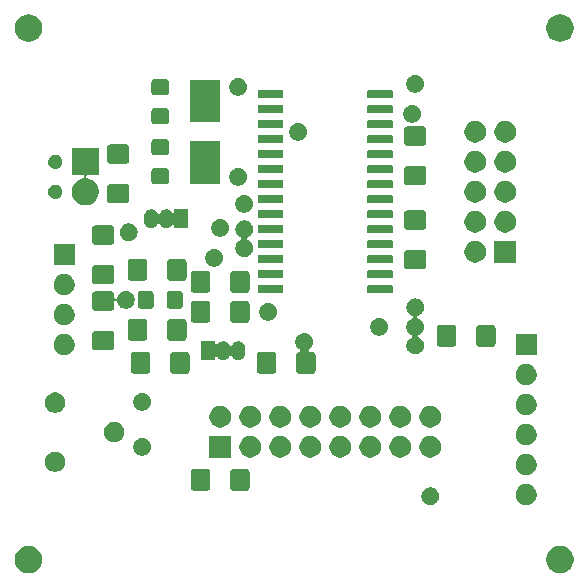
<source format=gbr>
G04 #@! TF.GenerationSoftware,KiCad,Pcbnew,5.1.5-1.fc31*
G04 #@! TF.CreationDate,2020-05-08T16:11:04+02:00*
G04 #@! TF.ProjectId,mcu,6d63752e-6b69-4636-9164-5f7063625858,rev?*
G04 #@! TF.SameCoordinates,Original*
G04 #@! TF.FileFunction,Soldermask,Bot*
G04 #@! TF.FilePolarity,Negative*
%FSLAX46Y46*%
G04 Gerber Fmt 4.6, Leading zero omitted, Abs format (unit mm)*
G04 Created by KiCad (PCBNEW 5.1.5-1.fc31) date 2020-05-08 16:11:04*
%MOMM*%
%LPD*%
G04 APERTURE LIST*
%ADD10C,0.150000*%
G04 APERTURE END LIST*
D10*
G36*
X91224549Y-52871116D02*
G01*
X91335734Y-52893232D01*
X91545203Y-52979997D01*
X91733720Y-53105960D01*
X91894040Y-53266280D01*
X92020003Y-53454797D01*
X92106768Y-53664266D01*
X92151000Y-53886636D01*
X92151000Y-54113364D01*
X92106768Y-54335734D01*
X92020003Y-54545203D01*
X91894040Y-54733720D01*
X91733720Y-54894040D01*
X91545203Y-55020003D01*
X91335734Y-55106768D01*
X91224549Y-55128884D01*
X91113365Y-55151000D01*
X90886635Y-55151000D01*
X90775451Y-55128884D01*
X90664266Y-55106768D01*
X90454797Y-55020003D01*
X90266280Y-54894040D01*
X90105960Y-54733720D01*
X89979997Y-54545203D01*
X89893232Y-54335734D01*
X89849000Y-54113364D01*
X89849000Y-53886636D01*
X89893232Y-53664266D01*
X89979997Y-53454797D01*
X90105960Y-53266280D01*
X90266280Y-53105960D01*
X90454797Y-52979997D01*
X90664266Y-52893232D01*
X90775451Y-52871116D01*
X90886635Y-52849000D01*
X91113365Y-52849000D01*
X91224549Y-52871116D01*
G37*
G36*
X46224549Y-52871116D02*
G01*
X46335734Y-52893232D01*
X46545203Y-52979997D01*
X46733720Y-53105960D01*
X46894040Y-53266280D01*
X47020003Y-53454797D01*
X47106768Y-53664266D01*
X47151000Y-53886636D01*
X47151000Y-54113364D01*
X47106768Y-54335734D01*
X47020003Y-54545203D01*
X46894040Y-54733720D01*
X46733720Y-54894040D01*
X46545203Y-55020003D01*
X46335734Y-55106768D01*
X46224549Y-55128884D01*
X46113365Y-55151000D01*
X45886635Y-55151000D01*
X45775451Y-55128884D01*
X45664266Y-55106768D01*
X45454797Y-55020003D01*
X45266280Y-54894040D01*
X45105960Y-54733720D01*
X44979997Y-54545203D01*
X44893232Y-54335734D01*
X44849000Y-54113364D01*
X44849000Y-53886636D01*
X44893232Y-53664266D01*
X44979997Y-53454797D01*
X45105960Y-53266280D01*
X45266280Y-53105960D01*
X45454797Y-52979997D01*
X45664266Y-52893232D01*
X45775451Y-52871116D01*
X45886635Y-52849000D01*
X46113365Y-52849000D01*
X46224549Y-52871116D01*
G37*
G36*
X88251512Y-47617927D02*
G01*
X88400812Y-47647624D01*
X88564784Y-47715544D01*
X88712354Y-47814147D01*
X88837853Y-47939646D01*
X88936456Y-48087216D01*
X89004376Y-48251188D01*
X89039000Y-48425259D01*
X89039000Y-48602741D01*
X89004376Y-48776812D01*
X88936456Y-48940784D01*
X88837853Y-49088354D01*
X88712354Y-49213853D01*
X88564784Y-49312456D01*
X88400812Y-49380376D01*
X88251512Y-49410073D01*
X88226742Y-49415000D01*
X88049258Y-49415000D01*
X88024488Y-49410073D01*
X87875188Y-49380376D01*
X87711216Y-49312456D01*
X87563646Y-49213853D01*
X87438147Y-49088354D01*
X87339544Y-48940784D01*
X87271624Y-48776812D01*
X87237000Y-48602741D01*
X87237000Y-48425259D01*
X87271624Y-48251188D01*
X87339544Y-48087216D01*
X87438147Y-47939646D01*
X87563646Y-47814147D01*
X87711216Y-47715544D01*
X87875188Y-47647624D01*
X88024488Y-47617927D01*
X88049258Y-47613000D01*
X88226742Y-47613000D01*
X88251512Y-47617927D01*
G37*
G36*
X80229059Y-47918860D02*
G01*
X80350709Y-47969249D01*
X80365732Y-47975472D01*
X80488735Y-48057660D01*
X80593340Y-48162265D01*
X80593341Y-48162267D01*
X80675529Y-48285270D01*
X80732140Y-48421941D01*
X80761000Y-48567032D01*
X80761000Y-48714968D01*
X80732140Y-48860059D01*
X80698703Y-48940784D01*
X80675528Y-48996732D01*
X80593340Y-49119735D01*
X80488735Y-49224340D01*
X80365732Y-49306528D01*
X80365731Y-49306529D01*
X80365730Y-49306529D01*
X80229059Y-49363140D01*
X80083968Y-49392000D01*
X79936032Y-49392000D01*
X79790941Y-49363140D01*
X79654270Y-49306529D01*
X79654269Y-49306529D01*
X79654268Y-49306528D01*
X79531265Y-49224340D01*
X79426660Y-49119735D01*
X79344472Y-48996732D01*
X79321298Y-48940784D01*
X79287860Y-48860059D01*
X79259000Y-48714968D01*
X79259000Y-48567032D01*
X79287860Y-48421941D01*
X79344471Y-48285270D01*
X79426659Y-48162267D01*
X79426660Y-48162265D01*
X79531265Y-48057660D01*
X79654268Y-47975472D01*
X79669292Y-47969249D01*
X79790941Y-47918860D01*
X79936032Y-47890000D01*
X80083968Y-47890000D01*
X80229059Y-47918860D01*
G37*
G36*
X61170175Y-46323400D02*
G01*
X61216995Y-46337603D01*
X61260146Y-46360668D01*
X61297971Y-46391709D01*
X61329012Y-46429534D01*
X61352077Y-46472685D01*
X61366280Y-46519505D01*
X61371680Y-46574338D01*
X61371680Y-47913662D01*
X61366280Y-47968495D01*
X61352077Y-48015315D01*
X61329012Y-48058466D01*
X61297971Y-48096291D01*
X61260146Y-48127332D01*
X61216995Y-48150397D01*
X61170175Y-48164600D01*
X61115342Y-48170000D01*
X60002018Y-48170000D01*
X59947185Y-48164600D01*
X59900365Y-48150397D01*
X59857214Y-48127332D01*
X59819389Y-48096291D01*
X59788348Y-48058466D01*
X59765283Y-48015315D01*
X59751080Y-47968495D01*
X59745680Y-47913662D01*
X59745680Y-46574338D01*
X59751080Y-46519505D01*
X59765283Y-46472685D01*
X59788348Y-46429534D01*
X59819389Y-46391709D01*
X59857214Y-46360668D01*
X59900365Y-46337603D01*
X59947185Y-46323400D01*
X60002018Y-46318000D01*
X61115342Y-46318000D01*
X61170175Y-46323400D01*
G37*
G36*
X64512815Y-46323400D02*
G01*
X64559635Y-46337603D01*
X64602786Y-46360668D01*
X64640611Y-46391709D01*
X64671652Y-46429534D01*
X64694717Y-46472685D01*
X64708920Y-46519505D01*
X64714320Y-46574338D01*
X64714320Y-47913662D01*
X64708920Y-47968495D01*
X64694717Y-48015315D01*
X64671652Y-48058466D01*
X64640611Y-48096291D01*
X64602786Y-48127332D01*
X64559635Y-48150397D01*
X64512815Y-48164600D01*
X64457982Y-48170000D01*
X63344658Y-48170000D01*
X63289825Y-48164600D01*
X63243005Y-48150397D01*
X63199854Y-48127332D01*
X63162029Y-48096291D01*
X63130988Y-48058466D01*
X63107923Y-48015315D01*
X63093720Y-47968495D01*
X63088320Y-47913662D01*
X63088320Y-46574338D01*
X63093720Y-46519505D01*
X63107923Y-46472685D01*
X63130988Y-46429534D01*
X63162029Y-46391709D01*
X63199854Y-46360668D01*
X63243005Y-46337603D01*
X63289825Y-46323400D01*
X63344658Y-46318000D01*
X64457982Y-46318000D01*
X64512815Y-46323400D01*
G37*
G36*
X88251512Y-45077927D02*
G01*
X88400812Y-45107624D01*
X88564784Y-45175544D01*
X88712354Y-45274147D01*
X88837853Y-45399646D01*
X88936456Y-45547216D01*
X89004376Y-45711188D01*
X89039000Y-45885259D01*
X89039000Y-46062741D01*
X89004376Y-46236812D01*
X88936456Y-46400784D01*
X88837853Y-46548354D01*
X88712354Y-46673853D01*
X88564784Y-46772456D01*
X88400812Y-46840376D01*
X88251512Y-46870073D01*
X88226742Y-46875000D01*
X88049258Y-46875000D01*
X88024488Y-46870073D01*
X87875188Y-46840376D01*
X87711216Y-46772456D01*
X87563646Y-46673853D01*
X87438147Y-46548354D01*
X87339544Y-46400784D01*
X87271624Y-46236812D01*
X87237000Y-46062741D01*
X87237000Y-45885259D01*
X87271624Y-45711188D01*
X87339544Y-45547216D01*
X87438147Y-45399646D01*
X87563646Y-45274147D01*
X87711216Y-45175544D01*
X87875188Y-45107624D01*
X88024488Y-45077927D01*
X88049258Y-45073000D01*
X88226742Y-45073000D01*
X88251512Y-45077927D01*
G37*
G36*
X48511143Y-44892087D02*
G01*
X48667838Y-44956992D01*
X48808853Y-45051215D01*
X48928785Y-45171147D01*
X49023008Y-45312162D01*
X49087913Y-45468857D01*
X49121000Y-45635198D01*
X49121000Y-45804802D01*
X49087913Y-45971143D01*
X49023008Y-46127838D01*
X48928785Y-46268853D01*
X48808853Y-46388785D01*
X48667838Y-46483008D01*
X48511143Y-46547913D01*
X48344802Y-46581000D01*
X48175198Y-46581000D01*
X48008857Y-46547913D01*
X47852162Y-46483008D01*
X47711147Y-46388785D01*
X47591215Y-46268853D01*
X47496992Y-46127838D01*
X47432087Y-45971143D01*
X47399000Y-45804802D01*
X47399000Y-45635198D01*
X47432087Y-45468857D01*
X47496992Y-45312162D01*
X47591215Y-45171147D01*
X47711147Y-45051215D01*
X47852162Y-44956992D01*
X48008857Y-44892087D01*
X48175198Y-44859000D01*
X48344802Y-44859000D01*
X48511143Y-44892087D01*
G37*
G36*
X70116778Y-43570547D02*
G01*
X70283224Y-43639491D01*
X70433022Y-43739583D01*
X70560417Y-43866978D01*
X70660509Y-44016776D01*
X70729453Y-44183222D01*
X70764600Y-44359918D01*
X70764600Y-44540082D01*
X70729453Y-44716778D01*
X70660509Y-44883224D01*
X70560417Y-45033022D01*
X70433022Y-45160417D01*
X70283224Y-45260509D01*
X70116778Y-45329453D01*
X69940082Y-45364600D01*
X69759918Y-45364600D01*
X69583222Y-45329453D01*
X69416776Y-45260509D01*
X69266978Y-45160417D01*
X69139583Y-45033022D01*
X69039491Y-44883224D01*
X68970547Y-44716778D01*
X68935400Y-44540082D01*
X68935400Y-44359918D01*
X68970547Y-44183222D01*
X69039491Y-44016776D01*
X69139583Y-43866978D01*
X69266978Y-43739583D01*
X69416776Y-43639491D01*
X69583222Y-43570547D01*
X69759918Y-43535400D01*
X69940082Y-43535400D01*
X70116778Y-43570547D01*
G37*
G36*
X63144600Y-45364600D02*
G01*
X61315400Y-45364600D01*
X61315400Y-43535400D01*
X63144600Y-43535400D01*
X63144600Y-45364600D01*
G37*
G36*
X65036778Y-43570547D02*
G01*
X65203224Y-43639491D01*
X65353022Y-43739583D01*
X65480417Y-43866978D01*
X65580509Y-44016776D01*
X65649453Y-44183222D01*
X65684600Y-44359918D01*
X65684600Y-44540082D01*
X65649453Y-44716778D01*
X65580509Y-44883224D01*
X65480417Y-45033022D01*
X65353022Y-45160417D01*
X65203224Y-45260509D01*
X65036778Y-45329453D01*
X64860082Y-45364600D01*
X64679918Y-45364600D01*
X64503222Y-45329453D01*
X64336776Y-45260509D01*
X64186978Y-45160417D01*
X64059583Y-45033022D01*
X63959491Y-44883224D01*
X63890547Y-44716778D01*
X63855400Y-44540082D01*
X63855400Y-44359918D01*
X63890547Y-44183222D01*
X63959491Y-44016776D01*
X64059583Y-43866978D01*
X64186978Y-43739583D01*
X64336776Y-43639491D01*
X64503222Y-43570547D01*
X64679918Y-43535400D01*
X64860082Y-43535400D01*
X65036778Y-43570547D01*
G37*
G36*
X67576778Y-43570547D02*
G01*
X67743224Y-43639491D01*
X67893022Y-43739583D01*
X68020417Y-43866978D01*
X68120509Y-44016776D01*
X68189453Y-44183222D01*
X68224600Y-44359918D01*
X68224600Y-44540082D01*
X68189453Y-44716778D01*
X68120509Y-44883224D01*
X68020417Y-45033022D01*
X67893022Y-45160417D01*
X67743224Y-45260509D01*
X67576778Y-45329453D01*
X67400082Y-45364600D01*
X67219918Y-45364600D01*
X67043222Y-45329453D01*
X66876776Y-45260509D01*
X66726978Y-45160417D01*
X66599583Y-45033022D01*
X66499491Y-44883224D01*
X66430547Y-44716778D01*
X66395400Y-44540082D01*
X66395400Y-44359918D01*
X66430547Y-44183222D01*
X66499491Y-44016776D01*
X66599583Y-43866978D01*
X66726978Y-43739583D01*
X66876776Y-43639491D01*
X67043222Y-43570547D01*
X67219918Y-43535400D01*
X67400082Y-43535400D01*
X67576778Y-43570547D01*
G37*
G36*
X72656778Y-43570547D02*
G01*
X72823224Y-43639491D01*
X72973022Y-43739583D01*
X73100417Y-43866978D01*
X73200509Y-44016776D01*
X73269453Y-44183222D01*
X73304600Y-44359918D01*
X73304600Y-44540082D01*
X73269453Y-44716778D01*
X73200509Y-44883224D01*
X73100417Y-45033022D01*
X72973022Y-45160417D01*
X72823224Y-45260509D01*
X72656778Y-45329453D01*
X72480082Y-45364600D01*
X72299918Y-45364600D01*
X72123222Y-45329453D01*
X71956776Y-45260509D01*
X71806978Y-45160417D01*
X71679583Y-45033022D01*
X71579491Y-44883224D01*
X71510547Y-44716778D01*
X71475400Y-44540082D01*
X71475400Y-44359918D01*
X71510547Y-44183222D01*
X71579491Y-44016776D01*
X71679583Y-43866978D01*
X71806978Y-43739583D01*
X71956776Y-43639491D01*
X72123222Y-43570547D01*
X72299918Y-43535400D01*
X72480082Y-43535400D01*
X72656778Y-43570547D01*
G37*
G36*
X77736778Y-43570547D02*
G01*
X77903224Y-43639491D01*
X78053022Y-43739583D01*
X78180417Y-43866978D01*
X78280509Y-44016776D01*
X78349453Y-44183222D01*
X78384600Y-44359918D01*
X78384600Y-44540082D01*
X78349453Y-44716778D01*
X78280509Y-44883224D01*
X78180417Y-45033022D01*
X78053022Y-45160417D01*
X77903224Y-45260509D01*
X77736778Y-45329453D01*
X77560082Y-45364600D01*
X77379918Y-45364600D01*
X77203222Y-45329453D01*
X77036776Y-45260509D01*
X76886978Y-45160417D01*
X76759583Y-45033022D01*
X76659491Y-44883224D01*
X76590547Y-44716778D01*
X76555400Y-44540082D01*
X76555400Y-44359918D01*
X76590547Y-44183222D01*
X76659491Y-44016776D01*
X76759583Y-43866978D01*
X76886978Y-43739583D01*
X77036776Y-43639491D01*
X77203222Y-43570547D01*
X77379918Y-43535400D01*
X77560082Y-43535400D01*
X77736778Y-43570547D01*
G37*
G36*
X75196778Y-43570547D02*
G01*
X75363224Y-43639491D01*
X75513022Y-43739583D01*
X75640417Y-43866978D01*
X75740509Y-44016776D01*
X75809453Y-44183222D01*
X75844600Y-44359918D01*
X75844600Y-44540082D01*
X75809453Y-44716778D01*
X75740509Y-44883224D01*
X75640417Y-45033022D01*
X75513022Y-45160417D01*
X75363224Y-45260509D01*
X75196778Y-45329453D01*
X75020082Y-45364600D01*
X74839918Y-45364600D01*
X74663222Y-45329453D01*
X74496776Y-45260509D01*
X74346978Y-45160417D01*
X74219583Y-45033022D01*
X74119491Y-44883224D01*
X74050547Y-44716778D01*
X74015400Y-44540082D01*
X74015400Y-44359918D01*
X74050547Y-44183222D01*
X74119491Y-44016776D01*
X74219583Y-43866978D01*
X74346978Y-43739583D01*
X74496776Y-43639491D01*
X74663222Y-43570547D01*
X74839918Y-43535400D01*
X75020082Y-43535400D01*
X75196778Y-43570547D01*
G37*
G36*
X80276778Y-43570547D02*
G01*
X80443224Y-43639491D01*
X80593022Y-43739583D01*
X80720417Y-43866978D01*
X80820509Y-44016776D01*
X80889453Y-44183222D01*
X80924600Y-44359918D01*
X80924600Y-44540082D01*
X80889453Y-44716778D01*
X80820509Y-44883224D01*
X80720417Y-45033022D01*
X80593022Y-45160417D01*
X80443224Y-45260509D01*
X80276778Y-45329453D01*
X80100082Y-45364600D01*
X79919918Y-45364600D01*
X79743222Y-45329453D01*
X79576776Y-45260509D01*
X79426978Y-45160417D01*
X79299583Y-45033022D01*
X79199491Y-44883224D01*
X79130547Y-44716778D01*
X79095400Y-44540082D01*
X79095400Y-44359918D01*
X79130547Y-44183222D01*
X79199491Y-44016776D01*
X79299583Y-43866978D01*
X79426978Y-43739583D01*
X79576776Y-43639491D01*
X79743222Y-43570547D01*
X79919918Y-43535400D01*
X80100082Y-43535400D01*
X80276778Y-43570547D01*
G37*
G36*
X55845059Y-43727860D02*
G01*
X55981732Y-43784472D01*
X56104735Y-43866660D01*
X56209340Y-43971265D01*
X56291528Y-44094268D01*
X56348140Y-44230941D01*
X56377000Y-44376033D01*
X56377000Y-44523967D01*
X56348140Y-44669059D01*
X56291528Y-44805732D01*
X56209340Y-44928735D01*
X56104735Y-45033340D01*
X55981732Y-45115528D01*
X55981731Y-45115529D01*
X55981730Y-45115529D01*
X55845059Y-45172140D01*
X55699968Y-45201000D01*
X55552032Y-45201000D01*
X55406941Y-45172140D01*
X55270270Y-45115529D01*
X55270269Y-45115529D01*
X55270268Y-45115528D01*
X55147265Y-45033340D01*
X55042660Y-44928735D01*
X54960472Y-44805732D01*
X54903860Y-44669059D01*
X54875000Y-44523967D01*
X54875000Y-44376033D01*
X54903860Y-44230941D01*
X54960472Y-44094268D01*
X55042660Y-43971265D01*
X55147265Y-43866660D01*
X55270268Y-43784472D01*
X55406941Y-43727860D01*
X55552032Y-43699000D01*
X55699968Y-43699000D01*
X55845059Y-43727860D01*
G37*
G36*
X88251512Y-42537927D02*
G01*
X88400812Y-42567624D01*
X88564784Y-42635544D01*
X88712354Y-42734147D01*
X88837853Y-42859646D01*
X88936456Y-43007216D01*
X89004376Y-43171188D01*
X89039000Y-43345259D01*
X89039000Y-43522741D01*
X89004376Y-43696812D01*
X88936456Y-43860784D01*
X88837853Y-44008354D01*
X88712354Y-44133853D01*
X88564784Y-44232456D01*
X88400812Y-44300376D01*
X88251512Y-44330073D01*
X88226742Y-44335000D01*
X88049258Y-44335000D01*
X88024488Y-44330073D01*
X87875188Y-44300376D01*
X87711216Y-44232456D01*
X87563646Y-44133853D01*
X87438147Y-44008354D01*
X87339544Y-43860784D01*
X87271624Y-43696812D01*
X87237000Y-43522741D01*
X87237000Y-43345259D01*
X87271624Y-43171188D01*
X87339544Y-43007216D01*
X87438147Y-42859646D01*
X87563646Y-42734147D01*
X87711216Y-42635544D01*
X87875188Y-42567624D01*
X88024488Y-42537927D01*
X88049258Y-42533000D01*
X88226742Y-42533000D01*
X88251512Y-42537927D01*
G37*
G36*
X53511143Y-42392087D02*
G01*
X53667838Y-42456992D01*
X53808853Y-42551215D01*
X53928785Y-42671147D01*
X54023008Y-42812162D01*
X54087913Y-42968857D01*
X54121000Y-43135198D01*
X54121000Y-43304802D01*
X54087913Y-43471143D01*
X54023008Y-43627838D01*
X53928785Y-43768853D01*
X53808853Y-43888785D01*
X53667838Y-43983008D01*
X53511143Y-44047913D01*
X53344802Y-44081000D01*
X53175198Y-44081000D01*
X53008857Y-44047913D01*
X52852162Y-43983008D01*
X52711147Y-43888785D01*
X52591215Y-43768853D01*
X52496992Y-43627838D01*
X52432087Y-43471143D01*
X52399000Y-43304802D01*
X52399000Y-43135198D01*
X52432087Y-42968857D01*
X52496992Y-42812162D01*
X52591215Y-42671147D01*
X52711147Y-42551215D01*
X52852162Y-42456992D01*
X53008857Y-42392087D01*
X53175198Y-42359000D01*
X53344802Y-42359000D01*
X53511143Y-42392087D01*
G37*
G36*
X67576778Y-41030547D02*
G01*
X67743224Y-41099491D01*
X67893022Y-41199583D01*
X68020417Y-41326978D01*
X68120509Y-41476776D01*
X68189453Y-41643222D01*
X68224600Y-41819918D01*
X68224600Y-42000082D01*
X68189453Y-42176778D01*
X68120509Y-42343224D01*
X68020417Y-42493022D01*
X67893022Y-42620417D01*
X67743224Y-42720509D01*
X67576778Y-42789453D01*
X67400082Y-42824600D01*
X67219918Y-42824600D01*
X67043222Y-42789453D01*
X66876776Y-42720509D01*
X66726978Y-42620417D01*
X66599583Y-42493022D01*
X66499491Y-42343224D01*
X66430547Y-42176778D01*
X66395400Y-42000082D01*
X66395400Y-41819918D01*
X66430547Y-41643222D01*
X66499491Y-41476776D01*
X66599583Y-41326978D01*
X66726978Y-41199583D01*
X66876776Y-41099491D01*
X67043222Y-41030547D01*
X67219918Y-40995400D01*
X67400082Y-40995400D01*
X67576778Y-41030547D01*
G37*
G36*
X80276778Y-41030547D02*
G01*
X80443224Y-41099491D01*
X80593022Y-41199583D01*
X80720417Y-41326978D01*
X80820509Y-41476776D01*
X80889453Y-41643222D01*
X80924600Y-41819918D01*
X80924600Y-42000082D01*
X80889453Y-42176778D01*
X80820509Y-42343224D01*
X80720417Y-42493022D01*
X80593022Y-42620417D01*
X80443224Y-42720509D01*
X80276778Y-42789453D01*
X80100082Y-42824600D01*
X79919918Y-42824600D01*
X79743222Y-42789453D01*
X79576776Y-42720509D01*
X79426978Y-42620417D01*
X79299583Y-42493022D01*
X79199491Y-42343224D01*
X79130547Y-42176778D01*
X79095400Y-42000082D01*
X79095400Y-41819918D01*
X79130547Y-41643222D01*
X79199491Y-41476776D01*
X79299583Y-41326978D01*
X79426978Y-41199583D01*
X79576776Y-41099491D01*
X79743222Y-41030547D01*
X79919918Y-40995400D01*
X80100082Y-40995400D01*
X80276778Y-41030547D01*
G37*
G36*
X65036778Y-41030547D02*
G01*
X65203224Y-41099491D01*
X65353022Y-41199583D01*
X65480417Y-41326978D01*
X65580509Y-41476776D01*
X65649453Y-41643222D01*
X65684600Y-41819918D01*
X65684600Y-42000082D01*
X65649453Y-42176778D01*
X65580509Y-42343224D01*
X65480417Y-42493022D01*
X65353022Y-42620417D01*
X65203224Y-42720509D01*
X65036778Y-42789453D01*
X64860082Y-42824600D01*
X64679918Y-42824600D01*
X64503222Y-42789453D01*
X64336776Y-42720509D01*
X64186978Y-42620417D01*
X64059583Y-42493022D01*
X63959491Y-42343224D01*
X63890547Y-42176778D01*
X63855400Y-42000082D01*
X63855400Y-41819918D01*
X63890547Y-41643222D01*
X63959491Y-41476776D01*
X64059583Y-41326978D01*
X64186978Y-41199583D01*
X64336776Y-41099491D01*
X64503222Y-41030547D01*
X64679918Y-40995400D01*
X64860082Y-40995400D01*
X65036778Y-41030547D01*
G37*
G36*
X62496778Y-41030547D02*
G01*
X62663224Y-41099491D01*
X62813022Y-41199583D01*
X62940417Y-41326978D01*
X63040509Y-41476776D01*
X63109453Y-41643222D01*
X63144600Y-41819918D01*
X63144600Y-42000082D01*
X63109453Y-42176778D01*
X63040509Y-42343224D01*
X62940417Y-42493022D01*
X62813022Y-42620417D01*
X62663224Y-42720509D01*
X62496778Y-42789453D01*
X62320082Y-42824600D01*
X62139918Y-42824600D01*
X61963222Y-42789453D01*
X61796776Y-42720509D01*
X61646978Y-42620417D01*
X61519583Y-42493022D01*
X61419491Y-42343224D01*
X61350547Y-42176778D01*
X61315400Y-42000082D01*
X61315400Y-41819918D01*
X61350547Y-41643222D01*
X61419491Y-41476776D01*
X61519583Y-41326978D01*
X61646978Y-41199583D01*
X61796776Y-41099491D01*
X61963222Y-41030547D01*
X62139918Y-40995400D01*
X62320082Y-40995400D01*
X62496778Y-41030547D01*
G37*
G36*
X70116778Y-41030547D02*
G01*
X70283224Y-41099491D01*
X70433022Y-41199583D01*
X70560417Y-41326978D01*
X70660509Y-41476776D01*
X70729453Y-41643222D01*
X70764600Y-41819918D01*
X70764600Y-42000082D01*
X70729453Y-42176778D01*
X70660509Y-42343224D01*
X70560417Y-42493022D01*
X70433022Y-42620417D01*
X70283224Y-42720509D01*
X70116778Y-42789453D01*
X69940082Y-42824600D01*
X69759918Y-42824600D01*
X69583222Y-42789453D01*
X69416776Y-42720509D01*
X69266978Y-42620417D01*
X69139583Y-42493022D01*
X69039491Y-42343224D01*
X68970547Y-42176778D01*
X68935400Y-42000082D01*
X68935400Y-41819918D01*
X68970547Y-41643222D01*
X69039491Y-41476776D01*
X69139583Y-41326978D01*
X69266978Y-41199583D01*
X69416776Y-41099491D01*
X69583222Y-41030547D01*
X69759918Y-40995400D01*
X69940082Y-40995400D01*
X70116778Y-41030547D01*
G37*
G36*
X72656778Y-41030547D02*
G01*
X72823224Y-41099491D01*
X72973022Y-41199583D01*
X73100417Y-41326978D01*
X73200509Y-41476776D01*
X73269453Y-41643222D01*
X73304600Y-41819918D01*
X73304600Y-42000082D01*
X73269453Y-42176778D01*
X73200509Y-42343224D01*
X73100417Y-42493022D01*
X72973022Y-42620417D01*
X72823224Y-42720509D01*
X72656778Y-42789453D01*
X72480082Y-42824600D01*
X72299918Y-42824600D01*
X72123222Y-42789453D01*
X71956776Y-42720509D01*
X71806978Y-42620417D01*
X71679583Y-42493022D01*
X71579491Y-42343224D01*
X71510547Y-42176778D01*
X71475400Y-42000082D01*
X71475400Y-41819918D01*
X71510547Y-41643222D01*
X71579491Y-41476776D01*
X71679583Y-41326978D01*
X71806978Y-41199583D01*
X71956776Y-41099491D01*
X72123222Y-41030547D01*
X72299918Y-40995400D01*
X72480082Y-40995400D01*
X72656778Y-41030547D01*
G37*
G36*
X75196778Y-41030547D02*
G01*
X75363224Y-41099491D01*
X75513022Y-41199583D01*
X75640417Y-41326978D01*
X75740509Y-41476776D01*
X75809453Y-41643222D01*
X75844600Y-41819918D01*
X75844600Y-42000082D01*
X75809453Y-42176778D01*
X75740509Y-42343224D01*
X75640417Y-42493022D01*
X75513022Y-42620417D01*
X75363224Y-42720509D01*
X75196778Y-42789453D01*
X75020082Y-42824600D01*
X74839918Y-42824600D01*
X74663222Y-42789453D01*
X74496776Y-42720509D01*
X74346978Y-42620417D01*
X74219583Y-42493022D01*
X74119491Y-42343224D01*
X74050547Y-42176778D01*
X74015400Y-42000082D01*
X74015400Y-41819918D01*
X74050547Y-41643222D01*
X74119491Y-41476776D01*
X74219583Y-41326978D01*
X74346978Y-41199583D01*
X74496776Y-41099491D01*
X74663222Y-41030547D01*
X74839918Y-40995400D01*
X75020082Y-40995400D01*
X75196778Y-41030547D01*
G37*
G36*
X77736778Y-41030547D02*
G01*
X77903224Y-41099491D01*
X78053022Y-41199583D01*
X78180417Y-41326978D01*
X78280509Y-41476776D01*
X78349453Y-41643222D01*
X78384600Y-41819918D01*
X78384600Y-42000082D01*
X78349453Y-42176778D01*
X78280509Y-42343224D01*
X78180417Y-42493022D01*
X78053022Y-42620417D01*
X77903224Y-42720509D01*
X77736778Y-42789453D01*
X77560082Y-42824600D01*
X77379918Y-42824600D01*
X77203222Y-42789453D01*
X77036776Y-42720509D01*
X76886978Y-42620417D01*
X76759583Y-42493022D01*
X76659491Y-42343224D01*
X76590547Y-42176778D01*
X76555400Y-42000082D01*
X76555400Y-41819918D01*
X76590547Y-41643222D01*
X76659491Y-41476776D01*
X76759583Y-41326978D01*
X76886978Y-41199583D01*
X77036776Y-41099491D01*
X77203222Y-41030547D01*
X77379918Y-40995400D01*
X77560082Y-40995400D01*
X77736778Y-41030547D01*
G37*
G36*
X88251512Y-39997927D02*
G01*
X88400812Y-40027624D01*
X88564784Y-40095544D01*
X88712354Y-40194147D01*
X88837853Y-40319646D01*
X88936456Y-40467216D01*
X89004376Y-40631188D01*
X89039000Y-40805259D01*
X89039000Y-40982741D01*
X89004376Y-41156812D01*
X88936456Y-41320784D01*
X88837853Y-41468354D01*
X88712354Y-41593853D01*
X88564784Y-41692456D01*
X88400812Y-41760376D01*
X88251512Y-41790073D01*
X88226742Y-41795000D01*
X88049258Y-41795000D01*
X88024488Y-41790073D01*
X87875188Y-41760376D01*
X87711216Y-41692456D01*
X87563646Y-41593853D01*
X87438147Y-41468354D01*
X87339544Y-41320784D01*
X87271624Y-41156812D01*
X87237000Y-40982741D01*
X87237000Y-40805259D01*
X87271624Y-40631188D01*
X87339544Y-40467216D01*
X87438147Y-40319646D01*
X87563646Y-40194147D01*
X87711216Y-40095544D01*
X87875188Y-40027624D01*
X88024488Y-39997927D01*
X88049258Y-39993000D01*
X88226742Y-39993000D01*
X88251512Y-39997927D01*
G37*
G36*
X48511143Y-39892087D02*
G01*
X48667838Y-39956992D01*
X48808853Y-40051215D01*
X48928785Y-40171147D01*
X49023008Y-40312162D01*
X49087913Y-40468857D01*
X49121000Y-40635198D01*
X49121000Y-40804802D01*
X49087913Y-40971143D01*
X49023008Y-41127838D01*
X48928785Y-41268853D01*
X48808853Y-41388785D01*
X48667838Y-41483008D01*
X48511143Y-41547913D01*
X48344802Y-41581000D01*
X48175198Y-41581000D01*
X48008857Y-41547913D01*
X47852162Y-41483008D01*
X47711147Y-41388785D01*
X47591215Y-41268853D01*
X47496992Y-41127838D01*
X47432087Y-40971143D01*
X47399000Y-40804802D01*
X47399000Y-40635198D01*
X47432087Y-40468857D01*
X47496992Y-40312162D01*
X47591215Y-40171147D01*
X47711147Y-40051215D01*
X47852162Y-39956992D01*
X48008857Y-39892087D01*
X48175198Y-39859000D01*
X48344802Y-39859000D01*
X48511143Y-39892087D01*
G37*
G36*
X55845059Y-39917860D02*
G01*
X55981732Y-39974472D01*
X56104735Y-40056660D01*
X56209340Y-40161265D01*
X56291528Y-40284268D01*
X56291529Y-40284270D01*
X56348140Y-40420941D01*
X56377000Y-40566032D01*
X56377000Y-40713968D01*
X56358841Y-40805259D01*
X56348140Y-40859059D01*
X56291528Y-40995732D01*
X56209340Y-41118735D01*
X56104735Y-41223340D01*
X55981732Y-41305528D01*
X55981731Y-41305529D01*
X55981730Y-41305529D01*
X55845059Y-41362140D01*
X55699968Y-41391000D01*
X55552032Y-41391000D01*
X55406941Y-41362140D01*
X55270270Y-41305529D01*
X55270269Y-41305529D01*
X55270268Y-41305528D01*
X55147265Y-41223340D01*
X55042660Y-41118735D01*
X54960472Y-40995732D01*
X54903860Y-40859059D01*
X54893159Y-40805259D01*
X54875000Y-40713968D01*
X54875000Y-40566032D01*
X54903860Y-40420941D01*
X54960471Y-40284270D01*
X54960472Y-40284268D01*
X55042660Y-40161265D01*
X55147265Y-40056660D01*
X55270268Y-39974472D01*
X55406941Y-39917860D01*
X55552032Y-39889000D01*
X55699968Y-39889000D01*
X55845059Y-39917860D01*
G37*
G36*
X88251512Y-37457927D02*
G01*
X88400812Y-37487624D01*
X88564784Y-37555544D01*
X88712354Y-37654147D01*
X88837853Y-37779646D01*
X88936456Y-37927216D01*
X89004376Y-38091188D01*
X89033826Y-38239246D01*
X89037676Y-38258600D01*
X89039000Y-38265259D01*
X89039000Y-38442741D01*
X89004376Y-38616812D01*
X88936456Y-38780784D01*
X88837853Y-38928354D01*
X88712354Y-39053853D01*
X88564784Y-39152456D01*
X88400812Y-39220376D01*
X88251512Y-39250073D01*
X88226742Y-39255000D01*
X88049258Y-39255000D01*
X88024488Y-39250073D01*
X87875188Y-39220376D01*
X87711216Y-39152456D01*
X87563646Y-39053853D01*
X87438147Y-38928354D01*
X87339544Y-38780784D01*
X87271624Y-38616812D01*
X87237000Y-38442741D01*
X87237000Y-38265259D01*
X87238325Y-38258600D01*
X87242174Y-38239246D01*
X87271624Y-38091188D01*
X87339544Y-37927216D01*
X87438147Y-37779646D01*
X87563646Y-37654147D01*
X87711216Y-37555544D01*
X87875188Y-37487624D01*
X88024488Y-37457927D01*
X88049258Y-37453000D01*
X88226742Y-37453000D01*
X88251512Y-37457927D01*
G37*
G36*
X66758175Y-36417400D02*
G01*
X66804995Y-36431603D01*
X66848146Y-36454668D01*
X66885971Y-36485709D01*
X66917012Y-36523534D01*
X66940077Y-36566685D01*
X66954280Y-36613505D01*
X66959680Y-36668338D01*
X66959680Y-38007662D01*
X66954280Y-38062495D01*
X66940077Y-38109315D01*
X66917012Y-38152466D01*
X66885971Y-38190291D01*
X66848146Y-38221332D01*
X66804995Y-38244397D01*
X66758175Y-38258600D01*
X66703342Y-38264000D01*
X65590018Y-38264000D01*
X65535185Y-38258600D01*
X65488365Y-38244397D01*
X65445214Y-38221332D01*
X65407389Y-38190291D01*
X65376348Y-38152466D01*
X65353283Y-38109315D01*
X65339080Y-38062495D01*
X65333680Y-38007662D01*
X65333680Y-36668338D01*
X65339080Y-36613505D01*
X65353283Y-36566685D01*
X65376348Y-36523534D01*
X65407389Y-36485709D01*
X65445214Y-36454668D01*
X65488365Y-36431603D01*
X65535185Y-36417400D01*
X65590018Y-36412000D01*
X66703342Y-36412000D01*
X66758175Y-36417400D01*
G37*
G36*
X56090175Y-36417400D02*
G01*
X56136995Y-36431603D01*
X56180146Y-36454668D01*
X56217971Y-36485709D01*
X56249012Y-36523534D01*
X56272077Y-36566685D01*
X56286280Y-36613505D01*
X56291680Y-36668338D01*
X56291680Y-38007662D01*
X56286280Y-38062495D01*
X56272077Y-38109315D01*
X56249012Y-38152466D01*
X56217971Y-38190291D01*
X56180146Y-38221332D01*
X56136995Y-38244397D01*
X56090175Y-38258600D01*
X56035342Y-38264000D01*
X54922018Y-38264000D01*
X54867185Y-38258600D01*
X54820365Y-38244397D01*
X54777214Y-38221332D01*
X54739389Y-38190291D01*
X54708348Y-38152466D01*
X54685283Y-38109315D01*
X54671080Y-38062495D01*
X54665680Y-38007662D01*
X54665680Y-36668338D01*
X54671080Y-36613505D01*
X54685283Y-36566685D01*
X54708348Y-36523534D01*
X54739389Y-36485709D01*
X54777214Y-36454668D01*
X54820365Y-36431603D01*
X54867185Y-36417400D01*
X54922018Y-36412000D01*
X56035342Y-36412000D01*
X56090175Y-36417400D01*
G37*
G36*
X69563959Y-34837860D02*
G01*
X69649618Y-34873341D01*
X69700632Y-34894472D01*
X69823635Y-34976660D01*
X69928240Y-35081265D01*
X70010428Y-35204268D01*
X70010429Y-35204270D01*
X70067040Y-35340941D01*
X70095900Y-35486032D01*
X70095900Y-35633968D01*
X70067040Y-35779059D01*
X70026375Y-35877234D01*
X70010428Y-35915732D01*
X69928240Y-36038735D01*
X69823635Y-36143340D01*
X69764173Y-36183071D01*
X69745235Y-36198613D01*
X69729690Y-36217555D01*
X69718139Y-36239166D01*
X69711026Y-36262615D01*
X69708624Y-36287001D01*
X69711026Y-36311387D01*
X69718139Y-36334836D01*
X69729690Y-36356447D01*
X69745235Y-36375389D01*
X69764177Y-36390934D01*
X69785788Y-36402485D01*
X69809237Y-36409598D01*
X69833623Y-36412000D01*
X70045982Y-36412000D01*
X70100815Y-36417400D01*
X70147635Y-36431603D01*
X70190786Y-36454668D01*
X70228611Y-36485709D01*
X70259652Y-36523534D01*
X70282717Y-36566685D01*
X70296920Y-36613505D01*
X70302320Y-36668338D01*
X70302320Y-38007662D01*
X70296920Y-38062495D01*
X70282717Y-38109315D01*
X70259652Y-38152466D01*
X70228611Y-38190291D01*
X70190786Y-38221332D01*
X70147635Y-38244397D01*
X70100815Y-38258600D01*
X70045982Y-38264000D01*
X68932658Y-38264000D01*
X68877825Y-38258600D01*
X68831005Y-38244397D01*
X68787854Y-38221332D01*
X68750029Y-38190291D01*
X68718988Y-38152466D01*
X68695923Y-38109315D01*
X68681720Y-38062495D01*
X68676320Y-38007662D01*
X68676320Y-36668338D01*
X68681720Y-36613505D01*
X68695923Y-36566685D01*
X68718988Y-36523534D01*
X68750029Y-36485709D01*
X68787854Y-36454668D01*
X68831005Y-36431603D01*
X68878173Y-36417295D01*
X68901497Y-36412656D01*
X68924136Y-36403279D01*
X68944510Y-36389666D01*
X68961837Y-36372339D01*
X68975451Y-36351965D01*
X68984829Y-36329326D01*
X68989610Y-36305293D01*
X68989610Y-36280789D01*
X68984830Y-36256755D01*
X68975453Y-36234116D01*
X68961840Y-36213742D01*
X68944513Y-36196415D01*
X68934659Y-36189106D01*
X68866165Y-36143340D01*
X68761560Y-36038735D01*
X68679372Y-35915732D01*
X68663426Y-35877234D01*
X68622760Y-35779059D01*
X68593900Y-35633968D01*
X68593900Y-35486032D01*
X68622760Y-35340941D01*
X68679371Y-35204270D01*
X68679372Y-35204268D01*
X68761560Y-35081265D01*
X68866165Y-34976660D01*
X68989168Y-34894472D01*
X69040183Y-34873341D01*
X69125841Y-34837860D01*
X69270932Y-34809000D01*
X69418868Y-34809000D01*
X69563959Y-34837860D01*
G37*
G36*
X59432815Y-36417400D02*
G01*
X59479635Y-36431603D01*
X59522786Y-36454668D01*
X59560611Y-36485709D01*
X59591652Y-36523534D01*
X59614717Y-36566685D01*
X59628920Y-36613505D01*
X59634320Y-36668338D01*
X59634320Y-38007662D01*
X59628920Y-38062495D01*
X59614717Y-38109315D01*
X59591652Y-38152466D01*
X59560611Y-38190291D01*
X59522786Y-38221332D01*
X59479635Y-38244397D01*
X59432815Y-38258600D01*
X59377982Y-38264000D01*
X58264658Y-38264000D01*
X58209825Y-38258600D01*
X58163005Y-38244397D01*
X58119854Y-38221332D01*
X58082029Y-38190291D01*
X58050988Y-38152466D01*
X58027923Y-38109315D01*
X58013720Y-38062495D01*
X58008320Y-38007662D01*
X58008320Y-36668338D01*
X58013720Y-36613505D01*
X58027923Y-36566685D01*
X58050988Y-36523534D01*
X58082029Y-36485709D01*
X58119854Y-36454668D01*
X58163005Y-36431603D01*
X58209825Y-36417400D01*
X58264658Y-36412000D01*
X59377982Y-36412000D01*
X59432815Y-36417400D01*
G37*
G36*
X63866915Y-35529334D02*
G01*
X63975491Y-35562271D01*
X63975494Y-35562272D01*
X64011600Y-35581571D01*
X64075556Y-35615756D01*
X64163264Y-35687736D01*
X64235244Y-35775443D01*
X64266260Y-35833471D01*
X64288728Y-35875505D01*
X64288729Y-35875508D01*
X64321666Y-35984084D01*
X64330000Y-36068702D01*
X64330000Y-36575297D01*
X64321666Y-36659916D01*
X64289252Y-36766767D01*
X64288728Y-36768495D01*
X64278761Y-36787141D01*
X64235244Y-36868557D01*
X64163264Y-36956264D01*
X64075557Y-37028244D01*
X64011601Y-37062429D01*
X63975495Y-37081728D01*
X63975492Y-37081729D01*
X63866916Y-37114666D01*
X63754000Y-37125787D01*
X63641085Y-37114666D01*
X63532509Y-37081729D01*
X63532506Y-37081728D01*
X63496400Y-37062429D01*
X63432444Y-37028244D01*
X63344737Y-36956264D01*
X63272757Y-36868557D01*
X63229239Y-36787141D01*
X63215625Y-36766766D01*
X63198298Y-36749439D01*
X63177924Y-36735826D01*
X63155285Y-36726448D01*
X63131252Y-36721668D01*
X63106748Y-36721668D01*
X63082715Y-36726448D01*
X63060076Y-36735826D01*
X63039701Y-36749440D01*
X63022374Y-36766767D01*
X63008761Y-36787141D01*
X62965244Y-36868557D01*
X62893264Y-36956264D01*
X62805557Y-37028244D01*
X62741601Y-37062429D01*
X62705495Y-37081728D01*
X62705492Y-37081729D01*
X62596916Y-37114666D01*
X62484000Y-37125787D01*
X62371085Y-37114666D01*
X62262509Y-37081729D01*
X62262506Y-37081728D01*
X62226400Y-37062429D01*
X62162444Y-37028244D01*
X62074737Y-36956264D01*
X62011622Y-36879359D01*
X61994297Y-36862034D01*
X61973923Y-36848420D01*
X61951284Y-36839043D01*
X61927250Y-36834263D01*
X61902746Y-36834263D01*
X61878713Y-36839044D01*
X61856074Y-36848421D01*
X61835700Y-36862035D01*
X61818373Y-36879362D01*
X61804759Y-36899736D01*
X61795382Y-36922375D01*
X61790000Y-36958660D01*
X61790000Y-37123000D01*
X60638000Y-37123000D01*
X60638000Y-35521000D01*
X61790000Y-35521000D01*
X61790000Y-35685341D01*
X61792402Y-35709727D01*
X61799515Y-35733176D01*
X61811066Y-35754787D01*
X61826611Y-35773729D01*
X61845553Y-35789274D01*
X61867164Y-35800825D01*
X61890613Y-35807938D01*
X61914999Y-35810340D01*
X61939385Y-35807938D01*
X61962834Y-35800825D01*
X61984445Y-35789274D01*
X62003387Y-35773729D01*
X62011608Y-35764657D01*
X62074736Y-35687736D01*
X62162443Y-35615756D01*
X62226399Y-35581571D01*
X62262505Y-35562272D01*
X62262508Y-35562271D01*
X62371084Y-35529334D01*
X62484000Y-35518213D01*
X62596915Y-35529334D01*
X62705491Y-35562271D01*
X62705494Y-35562272D01*
X62741600Y-35581571D01*
X62805556Y-35615756D01*
X62893264Y-35687736D01*
X62965244Y-35775443D01*
X62996260Y-35833471D01*
X63008761Y-35856859D01*
X63022375Y-35877234D01*
X63039702Y-35894561D01*
X63060076Y-35908174D01*
X63082715Y-35917552D01*
X63106748Y-35922332D01*
X63131252Y-35922332D01*
X63155285Y-35917552D01*
X63177924Y-35908174D01*
X63198299Y-35894560D01*
X63215626Y-35877233D01*
X63229239Y-35856860D01*
X63272756Y-35775444D01*
X63344736Y-35687736D01*
X63432443Y-35615756D01*
X63496399Y-35581571D01*
X63532505Y-35562272D01*
X63532508Y-35562271D01*
X63641084Y-35529334D01*
X63754000Y-35518213D01*
X63866915Y-35529334D01*
G37*
G36*
X89039000Y-36715000D02*
G01*
X87237000Y-36715000D01*
X87237000Y-34913000D01*
X89039000Y-34913000D01*
X89039000Y-36715000D01*
G37*
G36*
X49135512Y-34917927D02*
G01*
X49284812Y-34947624D01*
X49448784Y-35015544D01*
X49596354Y-35114147D01*
X49721853Y-35239646D01*
X49820456Y-35387216D01*
X49888376Y-35551188D01*
X49923000Y-35725259D01*
X49923000Y-35902741D01*
X49888376Y-36076812D01*
X49820456Y-36240784D01*
X49721853Y-36388354D01*
X49596354Y-36513853D01*
X49448784Y-36612456D01*
X49284812Y-36680376D01*
X49135512Y-36710073D01*
X49110742Y-36715000D01*
X48933258Y-36715000D01*
X48908488Y-36710073D01*
X48759188Y-36680376D01*
X48595216Y-36612456D01*
X48447646Y-36513853D01*
X48322147Y-36388354D01*
X48223544Y-36240784D01*
X48155624Y-36076812D01*
X48121000Y-35902741D01*
X48121000Y-35725259D01*
X48155624Y-35551188D01*
X48223544Y-35387216D01*
X48322147Y-35239646D01*
X48447646Y-35114147D01*
X48595216Y-35015544D01*
X48759188Y-34947624D01*
X48908488Y-34917927D01*
X48933258Y-34913000D01*
X49110742Y-34913000D01*
X49135512Y-34917927D01*
G37*
G36*
X78929915Y-31911063D02*
G01*
X78959059Y-31916860D01*
X79095732Y-31973472D01*
X79218735Y-32055660D01*
X79323340Y-32160265D01*
X79375634Y-32238529D01*
X79405529Y-32283270D01*
X79462140Y-32419941D01*
X79491000Y-32565032D01*
X79491000Y-32712968D01*
X79468033Y-32828431D01*
X79462140Y-32858059D01*
X79405528Y-32994732D01*
X79323340Y-33117735D01*
X79218735Y-33222340D01*
X79095732Y-33304528D01*
X78988325Y-33349018D01*
X78966718Y-33360567D01*
X78947776Y-33376112D01*
X78932230Y-33395054D01*
X78920679Y-33416665D01*
X78913566Y-33440114D01*
X78911164Y-33464500D01*
X78913566Y-33488886D01*
X78920679Y-33512335D01*
X78932230Y-33533945D01*
X78947775Y-33552887D01*
X78966717Y-33568433D01*
X78988325Y-33579982D01*
X79095732Y-33624472D01*
X79218735Y-33706660D01*
X79323340Y-33811265D01*
X79405528Y-33934268D01*
X79405529Y-33934270D01*
X79462140Y-34070941D01*
X79478016Y-34150754D01*
X79491000Y-34216033D01*
X79491000Y-34363967D01*
X79462140Y-34509059D01*
X79405528Y-34645732D01*
X79323340Y-34768735D01*
X79218735Y-34873340D01*
X79095732Y-34955528D01*
X79071609Y-34965520D01*
X79049887Y-34974518D01*
X79028276Y-34986070D01*
X79009335Y-35001615D01*
X78993790Y-35020557D01*
X78982239Y-35042168D01*
X78975126Y-35065617D01*
X78972724Y-35090003D01*
X78975126Y-35114389D01*
X78982239Y-35137838D01*
X78993791Y-35159449D01*
X79009336Y-35178390D01*
X79028278Y-35193935D01*
X79049889Y-35205486D01*
X79095729Y-35224473D01*
X79095732Y-35224475D01*
X79218735Y-35306663D01*
X79323340Y-35411268D01*
X79402229Y-35529334D01*
X79405529Y-35534273D01*
X79462140Y-35670944D01*
X79491000Y-35816035D01*
X79491000Y-35963971D01*
X79488209Y-35978000D01*
X79462140Y-36109062D01*
X79405528Y-36245735D01*
X79323340Y-36368738D01*
X79218735Y-36473343D01*
X79095732Y-36555531D01*
X79095731Y-36555532D01*
X79095730Y-36555532D01*
X78959059Y-36612143D01*
X78813968Y-36641003D01*
X78666032Y-36641003D01*
X78520941Y-36612143D01*
X78384270Y-36555532D01*
X78384269Y-36555532D01*
X78384268Y-36555531D01*
X78261265Y-36473343D01*
X78156660Y-36368738D01*
X78074472Y-36245735D01*
X78017860Y-36109062D01*
X77991791Y-35978000D01*
X77989000Y-35963971D01*
X77989000Y-35816035D01*
X78017860Y-35670944D01*
X78074471Y-35534273D01*
X78077771Y-35529334D01*
X78156660Y-35411268D01*
X78261265Y-35306663D01*
X78384268Y-35224475D01*
X78384271Y-35224473D01*
X78430111Y-35205486D01*
X78451722Y-35193935D01*
X78470664Y-35178390D01*
X78486209Y-35159448D01*
X78497761Y-35137838D01*
X78504874Y-35114389D01*
X78507276Y-35090003D01*
X78504874Y-35065617D01*
X78497761Y-35042168D01*
X78486210Y-35020557D01*
X78470665Y-35001615D01*
X78451723Y-34986070D01*
X78430113Y-34974518D01*
X78408391Y-34965520D01*
X78384268Y-34955528D01*
X78261265Y-34873340D01*
X78156660Y-34768735D01*
X78074472Y-34645732D01*
X78017860Y-34509059D01*
X77989000Y-34363967D01*
X77989000Y-34216033D01*
X78001985Y-34150754D01*
X78017860Y-34070941D01*
X78074471Y-33934270D01*
X78074472Y-33934268D01*
X78156660Y-33811265D01*
X78261265Y-33706660D01*
X78384268Y-33624472D01*
X78491675Y-33579982D01*
X78513282Y-33568433D01*
X78532224Y-33552888D01*
X78547770Y-33533946D01*
X78559321Y-33512335D01*
X78566434Y-33488886D01*
X78568836Y-33464500D01*
X78566434Y-33440114D01*
X78559321Y-33416665D01*
X78547770Y-33395055D01*
X78532225Y-33376113D01*
X78513283Y-33360567D01*
X78491675Y-33349018D01*
X78384268Y-33304528D01*
X78261265Y-33222340D01*
X78156660Y-33117735D01*
X78074472Y-32994732D01*
X78017860Y-32858059D01*
X78011967Y-32828431D01*
X77989000Y-32712968D01*
X77989000Y-32565032D01*
X78017860Y-32419941D01*
X78074471Y-32283270D01*
X78104366Y-32238529D01*
X78156660Y-32160265D01*
X78261265Y-32055660D01*
X78384268Y-31973472D01*
X78520941Y-31916860D01*
X78550085Y-31911063D01*
X78666032Y-31888000D01*
X78813968Y-31888000D01*
X78929915Y-31911063D01*
G37*
G36*
X53048495Y-34645720D02*
G01*
X53095315Y-34659923D01*
X53138466Y-34682988D01*
X53176291Y-34714029D01*
X53207332Y-34751854D01*
X53230397Y-34795005D01*
X53244600Y-34841825D01*
X53250000Y-34896658D01*
X53250000Y-36009982D01*
X53244600Y-36064815D01*
X53230397Y-36111635D01*
X53207332Y-36154786D01*
X53176291Y-36192611D01*
X53138466Y-36223652D01*
X53095315Y-36246717D01*
X53048495Y-36260920D01*
X52993662Y-36266320D01*
X51654338Y-36266320D01*
X51599505Y-36260920D01*
X51552685Y-36246717D01*
X51509534Y-36223652D01*
X51471709Y-36192611D01*
X51440668Y-36154786D01*
X51417603Y-36111635D01*
X51403400Y-36064815D01*
X51398000Y-36009982D01*
X51398000Y-34896658D01*
X51403400Y-34841825D01*
X51417603Y-34795005D01*
X51440668Y-34751854D01*
X51471709Y-34714029D01*
X51509534Y-34682988D01*
X51552685Y-34659923D01*
X51599505Y-34645720D01*
X51654338Y-34640320D01*
X52993662Y-34640320D01*
X53048495Y-34645720D01*
G37*
G36*
X81998175Y-34131400D02*
G01*
X82044995Y-34145603D01*
X82088146Y-34168668D01*
X82125971Y-34199709D01*
X82157012Y-34237534D01*
X82180077Y-34280685D01*
X82194280Y-34327505D01*
X82199680Y-34382338D01*
X82199680Y-35721662D01*
X82194280Y-35776495D01*
X82180077Y-35823315D01*
X82157012Y-35866466D01*
X82125971Y-35904291D01*
X82088146Y-35935332D01*
X82044995Y-35958397D01*
X81998175Y-35972600D01*
X81943342Y-35978000D01*
X80830018Y-35978000D01*
X80775185Y-35972600D01*
X80728365Y-35958397D01*
X80685214Y-35935332D01*
X80647389Y-35904291D01*
X80616348Y-35866466D01*
X80593283Y-35823315D01*
X80579080Y-35776495D01*
X80573680Y-35721662D01*
X80573680Y-34382338D01*
X80579080Y-34327505D01*
X80593283Y-34280685D01*
X80616348Y-34237534D01*
X80647389Y-34199709D01*
X80685214Y-34168668D01*
X80728365Y-34145603D01*
X80775185Y-34131400D01*
X80830018Y-34126000D01*
X81943342Y-34126000D01*
X81998175Y-34131400D01*
G37*
G36*
X85340815Y-34131400D02*
G01*
X85387635Y-34145603D01*
X85430786Y-34168668D01*
X85468611Y-34199709D01*
X85499652Y-34237534D01*
X85522717Y-34280685D01*
X85536920Y-34327505D01*
X85542320Y-34382338D01*
X85542320Y-35721662D01*
X85536920Y-35776495D01*
X85522717Y-35823315D01*
X85499652Y-35866466D01*
X85468611Y-35904291D01*
X85430786Y-35935332D01*
X85387635Y-35958397D01*
X85340815Y-35972600D01*
X85285982Y-35978000D01*
X84172658Y-35978000D01*
X84117825Y-35972600D01*
X84071005Y-35958397D01*
X84027854Y-35935332D01*
X83990029Y-35904291D01*
X83958988Y-35866466D01*
X83935923Y-35823315D01*
X83921720Y-35776495D01*
X83916320Y-35721662D01*
X83916320Y-34382338D01*
X83921720Y-34327505D01*
X83935923Y-34280685D01*
X83958988Y-34237534D01*
X83990029Y-34199709D01*
X84027854Y-34168668D01*
X84071005Y-34145603D01*
X84117825Y-34131400D01*
X84172658Y-34126000D01*
X85285982Y-34126000D01*
X85340815Y-34131400D01*
G37*
G36*
X59178815Y-33623400D02*
G01*
X59225635Y-33637603D01*
X59268786Y-33660668D01*
X59306611Y-33691709D01*
X59337652Y-33729534D01*
X59360717Y-33772685D01*
X59374920Y-33819505D01*
X59380320Y-33874338D01*
X59380320Y-35213662D01*
X59374920Y-35268495D01*
X59360717Y-35315315D01*
X59337652Y-35358466D01*
X59306611Y-35396291D01*
X59268786Y-35427332D01*
X59225635Y-35450397D01*
X59178815Y-35464600D01*
X59123982Y-35470000D01*
X58010658Y-35470000D01*
X57955825Y-35464600D01*
X57909005Y-35450397D01*
X57865854Y-35427332D01*
X57828029Y-35396291D01*
X57796988Y-35358466D01*
X57773923Y-35315315D01*
X57759720Y-35268495D01*
X57754320Y-35213662D01*
X57754320Y-33874338D01*
X57759720Y-33819505D01*
X57773923Y-33772685D01*
X57796988Y-33729534D01*
X57828029Y-33691709D01*
X57865854Y-33660668D01*
X57909005Y-33637603D01*
X57955825Y-33623400D01*
X58010658Y-33618000D01*
X59123982Y-33618000D01*
X59178815Y-33623400D01*
G37*
G36*
X55836175Y-33623400D02*
G01*
X55882995Y-33637603D01*
X55926146Y-33660668D01*
X55963971Y-33691709D01*
X55995012Y-33729534D01*
X56018077Y-33772685D01*
X56032280Y-33819505D01*
X56037680Y-33874338D01*
X56037680Y-35213662D01*
X56032280Y-35268495D01*
X56018077Y-35315315D01*
X55995012Y-35358466D01*
X55963971Y-35396291D01*
X55926146Y-35427332D01*
X55882995Y-35450397D01*
X55836175Y-35464600D01*
X55781342Y-35470000D01*
X54668018Y-35470000D01*
X54613185Y-35464600D01*
X54566365Y-35450397D01*
X54523214Y-35427332D01*
X54485389Y-35396291D01*
X54454348Y-35358466D01*
X54431283Y-35315315D01*
X54417080Y-35268495D01*
X54411680Y-35213662D01*
X54411680Y-33874338D01*
X54417080Y-33819505D01*
X54431283Y-33772685D01*
X54454348Y-33729534D01*
X54485389Y-33691709D01*
X54523214Y-33660668D01*
X54566365Y-33637603D01*
X54613185Y-33623400D01*
X54668018Y-33618000D01*
X55781342Y-33618000D01*
X55836175Y-33623400D01*
G37*
G36*
X75911059Y-33567860D02*
G01*
X76032108Y-33618000D01*
X76047732Y-33624472D01*
X76170735Y-33706660D01*
X76275340Y-33811265D01*
X76357528Y-33934268D01*
X76357529Y-33934270D01*
X76414140Y-34070941D01*
X76430016Y-34150754D01*
X76443000Y-34216033D01*
X76443000Y-34363967D01*
X76414140Y-34509059D01*
X76357528Y-34645732D01*
X76275340Y-34768735D01*
X76170735Y-34873340D01*
X76047732Y-34955528D01*
X76047731Y-34955529D01*
X76047730Y-34955529D01*
X75911059Y-35012140D01*
X75765968Y-35041000D01*
X75618032Y-35041000D01*
X75472941Y-35012140D01*
X75336270Y-34955529D01*
X75336269Y-34955529D01*
X75336268Y-34955528D01*
X75213265Y-34873340D01*
X75108660Y-34768735D01*
X75026472Y-34645732D01*
X74969860Y-34509059D01*
X74941000Y-34363967D01*
X74941000Y-34216033D01*
X74953985Y-34150754D01*
X74969860Y-34070941D01*
X75026471Y-33934270D01*
X75026472Y-33934268D01*
X75108660Y-33811265D01*
X75213265Y-33706660D01*
X75336268Y-33624472D01*
X75351893Y-33618000D01*
X75472941Y-33567860D01*
X75618032Y-33539000D01*
X75765968Y-33539000D01*
X75911059Y-33567860D01*
G37*
G36*
X49135512Y-32377927D02*
G01*
X49284812Y-32407624D01*
X49448784Y-32475544D01*
X49596354Y-32574147D01*
X49721853Y-32699646D01*
X49820456Y-32847216D01*
X49888376Y-33011188D01*
X49909569Y-33117735D01*
X49923000Y-33185258D01*
X49923000Y-33362742D01*
X49920340Y-33376113D01*
X49888376Y-33536812D01*
X49820456Y-33700784D01*
X49721853Y-33848354D01*
X49596354Y-33973853D01*
X49448784Y-34072456D01*
X49284812Y-34140376D01*
X49142575Y-34168668D01*
X49110742Y-34175000D01*
X48933258Y-34175000D01*
X48901425Y-34168668D01*
X48759188Y-34140376D01*
X48595216Y-34072456D01*
X48447646Y-33973853D01*
X48322147Y-33848354D01*
X48223544Y-33700784D01*
X48155624Y-33536812D01*
X48123660Y-33376113D01*
X48121000Y-33362742D01*
X48121000Y-33185258D01*
X48134431Y-33117735D01*
X48155624Y-33011188D01*
X48223544Y-32847216D01*
X48322147Y-32699646D01*
X48447646Y-32574147D01*
X48595216Y-32475544D01*
X48759188Y-32407624D01*
X48908488Y-32377927D01*
X48933258Y-32373000D01*
X49110742Y-32373000D01*
X49135512Y-32377927D01*
G37*
G36*
X61170175Y-32099400D02*
G01*
X61216995Y-32113603D01*
X61260146Y-32136668D01*
X61297971Y-32167709D01*
X61329012Y-32205534D01*
X61352077Y-32248685D01*
X61366280Y-32295505D01*
X61371680Y-32350338D01*
X61371680Y-33689662D01*
X61366280Y-33744495D01*
X61352077Y-33791315D01*
X61329012Y-33834466D01*
X61297971Y-33872291D01*
X61260146Y-33903332D01*
X61216995Y-33926397D01*
X61170175Y-33940600D01*
X61115342Y-33946000D01*
X60002018Y-33946000D01*
X59947185Y-33940600D01*
X59900365Y-33926397D01*
X59857214Y-33903332D01*
X59819389Y-33872291D01*
X59788348Y-33834466D01*
X59765283Y-33791315D01*
X59751080Y-33744495D01*
X59745680Y-33689662D01*
X59745680Y-32350338D01*
X59751080Y-32295505D01*
X59765283Y-32248685D01*
X59788348Y-32205534D01*
X59819389Y-32167709D01*
X59857214Y-32136668D01*
X59900365Y-32113603D01*
X59947185Y-32099400D01*
X60002018Y-32094000D01*
X61115342Y-32094000D01*
X61170175Y-32099400D01*
G37*
G36*
X64512815Y-32099400D02*
G01*
X64559635Y-32113603D01*
X64602786Y-32136668D01*
X64640611Y-32167709D01*
X64671652Y-32205534D01*
X64694717Y-32248685D01*
X64708920Y-32295505D01*
X64714320Y-32350338D01*
X64714320Y-33689662D01*
X64708920Y-33744495D01*
X64694717Y-33791315D01*
X64671652Y-33834466D01*
X64640611Y-33872291D01*
X64602786Y-33903332D01*
X64559635Y-33926397D01*
X64512815Y-33940600D01*
X64457982Y-33946000D01*
X63344658Y-33946000D01*
X63289825Y-33940600D01*
X63243005Y-33926397D01*
X63199854Y-33903332D01*
X63162029Y-33872291D01*
X63130988Y-33834466D01*
X63107923Y-33791315D01*
X63093720Y-33744495D01*
X63088320Y-33689662D01*
X63088320Y-32350338D01*
X63093720Y-32295505D01*
X63107923Y-32248685D01*
X63130988Y-32205534D01*
X63162029Y-32167709D01*
X63199854Y-32136668D01*
X63243005Y-32113603D01*
X63289825Y-32099400D01*
X63344658Y-32094000D01*
X64457982Y-32094000D01*
X64512815Y-32099400D01*
G37*
G36*
X66439699Y-32283268D02*
G01*
X66513059Y-32297860D01*
X66649732Y-32354472D01*
X66772735Y-32436660D01*
X66877340Y-32541265D01*
X66957961Y-32661923D01*
X66959529Y-32664270D01*
X67016140Y-32800941D01*
X67045000Y-32946032D01*
X67045000Y-33093968D01*
X67026841Y-33185259D01*
X67016140Y-33239059D01*
X66959528Y-33375732D01*
X66877340Y-33498735D01*
X66772735Y-33603340D01*
X66649732Y-33685528D01*
X66649731Y-33685529D01*
X66649730Y-33685529D01*
X66513059Y-33742140D01*
X66367968Y-33771000D01*
X66220032Y-33771000D01*
X66074941Y-33742140D01*
X65938270Y-33685529D01*
X65938269Y-33685529D01*
X65938268Y-33685528D01*
X65815265Y-33603340D01*
X65710660Y-33498735D01*
X65628472Y-33375732D01*
X65571860Y-33239059D01*
X65561159Y-33185259D01*
X65543000Y-33093968D01*
X65543000Y-32946032D01*
X65571860Y-32800941D01*
X65628471Y-32664270D01*
X65630039Y-32661923D01*
X65710660Y-32541265D01*
X65815265Y-32436660D01*
X65938268Y-32354472D01*
X66074941Y-32297860D01*
X66148301Y-32283268D01*
X66220032Y-32269000D01*
X66367968Y-32269000D01*
X66439699Y-32283268D01*
G37*
G36*
X54448059Y-31281860D02*
G01*
X54551576Y-31324738D01*
X54584732Y-31338472D01*
X54707735Y-31420660D01*
X54812340Y-31525265D01*
X54894528Y-31648268D01*
X54894529Y-31648270D01*
X54951140Y-31784941D01*
X54980000Y-31930032D01*
X54980000Y-32077968D01*
X54972912Y-32113603D01*
X54951140Y-32223059D01*
X54894528Y-32359732D01*
X54812340Y-32482735D01*
X54707735Y-32587340D01*
X54584732Y-32669528D01*
X54584731Y-32669529D01*
X54584730Y-32669529D01*
X54448059Y-32726140D01*
X54302968Y-32755000D01*
X54155032Y-32755000D01*
X54009941Y-32726140D01*
X53873270Y-32669529D01*
X53873269Y-32669529D01*
X53873268Y-32669528D01*
X53750265Y-32587340D01*
X53645660Y-32482735D01*
X53563472Y-32359732D01*
X53506860Y-32223059D01*
X53497596Y-32176483D01*
X53490483Y-32153035D01*
X53478932Y-32131425D01*
X53463387Y-32112483D01*
X53444445Y-32096937D01*
X53422834Y-32085386D01*
X53399386Y-32078273D01*
X53374999Y-32075871D01*
X53350613Y-32078273D01*
X53327164Y-32085386D01*
X53305554Y-32096937D01*
X53286612Y-32112482D01*
X53271066Y-32131424D01*
X53259515Y-32153035D01*
X53252402Y-32176483D01*
X53250000Y-32200870D01*
X53250000Y-32667342D01*
X53244600Y-32722175D01*
X53230397Y-32768995D01*
X53207332Y-32812146D01*
X53176291Y-32849971D01*
X53138466Y-32881012D01*
X53095315Y-32904077D01*
X53048495Y-32918280D01*
X52993662Y-32923680D01*
X51654338Y-32923680D01*
X51599505Y-32918280D01*
X51552685Y-32904077D01*
X51509534Y-32881012D01*
X51471709Y-32849971D01*
X51440668Y-32812146D01*
X51417603Y-32768995D01*
X51403400Y-32722175D01*
X51398000Y-32667342D01*
X51398000Y-31554018D01*
X51403400Y-31499185D01*
X51417603Y-31452365D01*
X51440668Y-31409214D01*
X51471709Y-31371389D01*
X51509534Y-31340348D01*
X51552685Y-31317283D01*
X51599505Y-31303080D01*
X51654338Y-31297680D01*
X52993662Y-31297680D01*
X53048495Y-31303080D01*
X53095315Y-31317283D01*
X53138466Y-31340348D01*
X53176291Y-31371389D01*
X53207332Y-31409214D01*
X53230397Y-31452365D01*
X53244600Y-31499185D01*
X53250000Y-31554018D01*
X53250000Y-31807130D01*
X53252402Y-31831516D01*
X53259515Y-31854965D01*
X53271066Y-31876576D01*
X53286611Y-31895518D01*
X53305553Y-31911063D01*
X53327164Y-31922614D01*
X53350613Y-31929727D01*
X53374999Y-31932129D01*
X53399385Y-31929727D01*
X53422834Y-31922614D01*
X53444445Y-31911063D01*
X53463387Y-31895518D01*
X53478932Y-31876576D01*
X53490483Y-31854965D01*
X53497596Y-31831516D01*
X53506860Y-31784941D01*
X53563471Y-31648270D01*
X53563472Y-31648268D01*
X53645660Y-31525265D01*
X53750265Y-31420660D01*
X53873268Y-31338472D01*
X53906425Y-31324738D01*
X54009941Y-31281860D01*
X54155032Y-31253000D01*
X54302968Y-31253000D01*
X54448059Y-31281860D01*
G37*
G36*
X56377847Y-31258983D02*
G01*
X56430359Y-31274912D01*
X56478744Y-31300775D01*
X56521160Y-31335584D01*
X56555969Y-31378000D01*
X56581832Y-31426385D01*
X56597761Y-31478897D01*
X56603744Y-31539641D01*
X56603744Y-32468359D01*
X56597761Y-32529103D01*
X56581832Y-32581615D01*
X56555969Y-32630000D01*
X56521160Y-32672416D01*
X56478744Y-32707225D01*
X56430359Y-32733088D01*
X56377847Y-32749017D01*
X56317103Y-32755000D01*
X55518385Y-32755000D01*
X55457641Y-32749017D01*
X55405129Y-32733088D01*
X55356744Y-32707225D01*
X55314328Y-32672416D01*
X55279519Y-32630000D01*
X55253656Y-32581615D01*
X55237727Y-32529103D01*
X55231744Y-32468359D01*
X55231744Y-31539641D01*
X55237727Y-31478897D01*
X55253656Y-31426385D01*
X55279519Y-31378000D01*
X55314328Y-31335584D01*
X55356744Y-31300775D01*
X55405129Y-31274912D01*
X55457641Y-31258983D01*
X55518385Y-31253000D01*
X56317103Y-31253000D01*
X56377847Y-31258983D01*
G37*
G36*
X58842359Y-31258983D02*
G01*
X58894871Y-31274912D01*
X58943256Y-31300775D01*
X58985672Y-31335584D01*
X59020481Y-31378000D01*
X59046344Y-31426385D01*
X59062273Y-31478897D01*
X59068256Y-31539641D01*
X59068256Y-32468359D01*
X59062273Y-32529103D01*
X59046344Y-32581615D01*
X59020481Y-32630000D01*
X58985672Y-32672416D01*
X58943256Y-32707225D01*
X58894871Y-32733088D01*
X58842359Y-32749017D01*
X58781615Y-32755000D01*
X57982897Y-32755000D01*
X57922153Y-32749017D01*
X57869641Y-32733088D01*
X57821256Y-32707225D01*
X57778840Y-32672416D01*
X57744031Y-32630000D01*
X57718168Y-32581615D01*
X57702239Y-32529103D01*
X57696256Y-32468359D01*
X57696256Y-31539641D01*
X57702239Y-31478897D01*
X57718168Y-31426385D01*
X57744031Y-31378000D01*
X57778840Y-31335584D01*
X57821256Y-31300775D01*
X57869641Y-31274912D01*
X57922153Y-31258983D01*
X57982897Y-31253000D01*
X58781615Y-31253000D01*
X58842359Y-31258983D01*
G37*
G36*
X49135512Y-29837927D02*
G01*
X49284812Y-29867624D01*
X49448784Y-29935544D01*
X49596354Y-30034147D01*
X49721853Y-30159646D01*
X49820456Y-30307216D01*
X49888376Y-30471188D01*
X49923000Y-30645259D01*
X49923000Y-30822741D01*
X49888376Y-30996812D01*
X49820456Y-31160784D01*
X49721853Y-31308354D01*
X49596354Y-31433853D01*
X49448784Y-31532456D01*
X49284812Y-31600376D01*
X49135512Y-31630073D01*
X49110742Y-31635000D01*
X48933258Y-31635000D01*
X48908488Y-31630073D01*
X48759188Y-31600376D01*
X48595216Y-31532456D01*
X48447646Y-31433853D01*
X48322147Y-31308354D01*
X48223544Y-31160784D01*
X48155624Y-30996812D01*
X48121000Y-30822741D01*
X48121000Y-30645259D01*
X48155624Y-30471188D01*
X48223544Y-30307216D01*
X48322147Y-30159646D01*
X48447646Y-30034147D01*
X48595216Y-29935544D01*
X48759188Y-29867624D01*
X48908488Y-29837927D01*
X48933258Y-29833000D01*
X49110742Y-29833000D01*
X49135512Y-29837927D01*
G37*
G36*
X76754928Y-30766764D02*
G01*
X76776009Y-30773160D01*
X76795445Y-30783548D01*
X76812476Y-30797524D01*
X76826452Y-30814555D01*
X76836840Y-30833991D01*
X76843236Y-30855072D01*
X76846000Y-30883140D01*
X76846000Y-31346860D01*
X76843236Y-31374928D01*
X76836840Y-31396009D01*
X76826452Y-31415445D01*
X76812476Y-31432476D01*
X76795445Y-31446452D01*
X76776009Y-31456840D01*
X76754928Y-31463236D01*
X76726860Y-31466000D01*
X74813140Y-31466000D01*
X74785072Y-31463236D01*
X74763991Y-31456840D01*
X74744555Y-31446452D01*
X74727524Y-31432476D01*
X74713548Y-31415445D01*
X74703160Y-31396009D01*
X74696764Y-31374928D01*
X74694000Y-31346860D01*
X74694000Y-30883140D01*
X74696764Y-30855072D01*
X74703160Y-30833991D01*
X74713548Y-30814555D01*
X74727524Y-30797524D01*
X74744555Y-30783548D01*
X74763991Y-30773160D01*
X74785072Y-30766764D01*
X74813140Y-30764000D01*
X76726860Y-30764000D01*
X76754928Y-30766764D01*
G37*
G36*
X67454928Y-30766764D02*
G01*
X67476009Y-30773160D01*
X67495445Y-30783548D01*
X67512476Y-30797524D01*
X67526452Y-30814555D01*
X67536840Y-30833991D01*
X67543236Y-30855072D01*
X67546000Y-30883140D01*
X67546000Y-31346860D01*
X67543236Y-31374928D01*
X67536840Y-31396009D01*
X67526452Y-31415445D01*
X67512476Y-31432476D01*
X67495445Y-31446452D01*
X67476009Y-31456840D01*
X67454928Y-31463236D01*
X67426860Y-31466000D01*
X65513140Y-31466000D01*
X65485072Y-31463236D01*
X65463991Y-31456840D01*
X65444555Y-31446452D01*
X65427524Y-31432476D01*
X65413548Y-31415445D01*
X65403160Y-31396009D01*
X65396764Y-31374928D01*
X65394000Y-31346860D01*
X65394000Y-30883140D01*
X65396764Y-30855072D01*
X65403160Y-30833991D01*
X65413548Y-30814555D01*
X65427524Y-30797524D01*
X65444555Y-30783548D01*
X65463991Y-30773160D01*
X65485072Y-30766764D01*
X65513140Y-30764000D01*
X67426860Y-30764000D01*
X67454928Y-30766764D01*
G37*
G36*
X64512815Y-29559400D02*
G01*
X64559635Y-29573603D01*
X64602786Y-29596668D01*
X64640611Y-29627709D01*
X64671652Y-29665534D01*
X64694717Y-29708685D01*
X64708920Y-29755505D01*
X64714320Y-29810338D01*
X64714320Y-31149662D01*
X64708920Y-31204495D01*
X64694717Y-31251315D01*
X64671652Y-31294466D01*
X64640611Y-31332291D01*
X64602786Y-31363332D01*
X64559635Y-31386397D01*
X64512815Y-31400600D01*
X64457982Y-31406000D01*
X63344658Y-31406000D01*
X63289825Y-31400600D01*
X63243005Y-31386397D01*
X63199854Y-31363332D01*
X63162029Y-31332291D01*
X63130988Y-31294466D01*
X63107923Y-31251315D01*
X63093720Y-31204495D01*
X63088320Y-31149662D01*
X63088320Y-29810338D01*
X63093720Y-29755505D01*
X63107923Y-29708685D01*
X63130988Y-29665534D01*
X63162029Y-29627709D01*
X63199854Y-29596668D01*
X63243005Y-29573603D01*
X63289825Y-29559400D01*
X63344658Y-29554000D01*
X64457982Y-29554000D01*
X64512815Y-29559400D01*
G37*
G36*
X61170175Y-29559400D02*
G01*
X61216995Y-29573603D01*
X61260146Y-29596668D01*
X61297971Y-29627709D01*
X61329012Y-29665534D01*
X61352077Y-29708685D01*
X61366280Y-29755505D01*
X61371680Y-29810338D01*
X61371680Y-31149662D01*
X61366280Y-31204495D01*
X61352077Y-31251315D01*
X61329012Y-31294466D01*
X61297971Y-31332291D01*
X61260146Y-31363332D01*
X61216995Y-31386397D01*
X61170175Y-31400600D01*
X61115342Y-31406000D01*
X60002018Y-31406000D01*
X59947185Y-31400600D01*
X59900365Y-31386397D01*
X59857214Y-31363332D01*
X59819389Y-31332291D01*
X59788348Y-31294466D01*
X59765283Y-31251315D01*
X59751080Y-31204495D01*
X59745680Y-31149662D01*
X59745680Y-29810338D01*
X59751080Y-29755505D01*
X59765283Y-29708685D01*
X59788348Y-29665534D01*
X59819389Y-29627709D01*
X59857214Y-29596668D01*
X59900365Y-29573603D01*
X59947185Y-29559400D01*
X60002018Y-29554000D01*
X61115342Y-29554000D01*
X61170175Y-29559400D01*
G37*
G36*
X53048495Y-29057720D02*
G01*
X53095315Y-29071923D01*
X53138466Y-29094988D01*
X53176291Y-29126029D01*
X53207332Y-29163854D01*
X53230397Y-29207005D01*
X53244600Y-29253825D01*
X53250000Y-29308658D01*
X53250000Y-30421982D01*
X53244600Y-30476815D01*
X53230397Y-30523635D01*
X53207332Y-30566786D01*
X53176291Y-30604611D01*
X53138466Y-30635652D01*
X53095315Y-30658717D01*
X53048495Y-30672920D01*
X52993662Y-30678320D01*
X51654338Y-30678320D01*
X51599505Y-30672920D01*
X51552685Y-30658717D01*
X51509534Y-30635652D01*
X51471709Y-30604611D01*
X51440668Y-30566786D01*
X51417603Y-30523635D01*
X51403400Y-30476815D01*
X51398000Y-30421982D01*
X51398000Y-29308658D01*
X51403400Y-29253825D01*
X51417603Y-29207005D01*
X51440668Y-29163854D01*
X51471709Y-29126029D01*
X51509534Y-29094988D01*
X51552685Y-29071923D01*
X51599505Y-29057720D01*
X51654338Y-29052320D01*
X52993662Y-29052320D01*
X53048495Y-29057720D01*
G37*
G36*
X59178815Y-28543400D02*
G01*
X59225635Y-28557603D01*
X59268786Y-28580668D01*
X59306611Y-28611709D01*
X59337652Y-28649534D01*
X59360717Y-28692685D01*
X59374920Y-28739505D01*
X59380320Y-28794338D01*
X59380320Y-30133662D01*
X59374920Y-30188495D01*
X59360717Y-30235315D01*
X59337652Y-30278466D01*
X59306611Y-30316291D01*
X59268786Y-30347332D01*
X59225635Y-30370397D01*
X59178815Y-30384600D01*
X59123982Y-30390000D01*
X58010658Y-30390000D01*
X57955825Y-30384600D01*
X57909005Y-30370397D01*
X57865854Y-30347332D01*
X57828029Y-30316291D01*
X57796988Y-30278466D01*
X57773923Y-30235315D01*
X57759720Y-30188495D01*
X57754320Y-30133662D01*
X57754320Y-28794338D01*
X57759720Y-28739505D01*
X57773923Y-28692685D01*
X57796988Y-28649534D01*
X57828029Y-28611709D01*
X57865854Y-28580668D01*
X57909005Y-28557603D01*
X57955825Y-28543400D01*
X58010658Y-28538000D01*
X59123982Y-28538000D01*
X59178815Y-28543400D01*
G37*
G36*
X55836175Y-28543400D02*
G01*
X55882995Y-28557603D01*
X55926146Y-28580668D01*
X55963971Y-28611709D01*
X55995012Y-28649534D01*
X56018077Y-28692685D01*
X56032280Y-28739505D01*
X56037680Y-28794338D01*
X56037680Y-30133662D01*
X56032280Y-30188495D01*
X56018077Y-30235315D01*
X55995012Y-30278466D01*
X55963971Y-30316291D01*
X55926146Y-30347332D01*
X55882995Y-30370397D01*
X55836175Y-30384600D01*
X55781342Y-30390000D01*
X54668018Y-30390000D01*
X54613185Y-30384600D01*
X54566365Y-30370397D01*
X54523214Y-30347332D01*
X54485389Y-30316291D01*
X54454348Y-30278466D01*
X54431283Y-30235315D01*
X54417080Y-30188495D01*
X54411680Y-30133662D01*
X54411680Y-28794338D01*
X54417080Y-28739505D01*
X54431283Y-28692685D01*
X54454348Y-28649534D01*
X54485389Y-28611709D01*
X54523214Y-28580668D01*
X54566365Y-28557603D01*
X54613185Y-28543400D01*
X54668018Y-28538000D01*
X55781342Y-28538000D01*
X55836175Y-28543400D01*
G37*
G36*
X67454928Y-29496764D02*
G01*
X67476009Y-29503160D01*
X67495445Y-29513548D01*
X67512476Y-29527524D01*
X67526452Y-29544555D01*
X67536840Y-29563991D01*
X67543236Y-29585072D01*
X67546000Y-29613140D01*
X67546000Y-30076860D01*
X67543236Y-30104928D01*
X67536840Y-30126009D01*
X67526452Y-30145445D01*
X67512476Y-30162476D01*
X67495445Y-30176452D01*
X67476009Y-30186840D01*
X67454928Y-30193236D01*
X67426860Y-30196000D01*
X65513140Y-30196000D01*
X65485072Y-30193236D01*
X65463991Y-30186840D01*
X65444555Y-30176452D01*
X65427524Y-30162476D01*
X65413548Y-30145445D01*
X65403160Y-30126009D01*
X65396764Y-30104928D01*
X65394000Y-30076860D01*
X65394000Y-29613140D01*
X65396764Y-29585072D01*
X65403160Y-29563991D01*
X65413548Y-29544555D01*
X65427524Y-29527524D01*
X65444555Y-29513548D01*
X65463991Y-29503160D01*
X65485072Y-29496764D01*
X65513140Y-29494000D01*
X67426860Y-29494000D01*
X67454928Y-29496764D01*
G37*
G36*
X76754928Y-29496764D02*
G01*
X76776009Y-29503160D01*
X76795445Y-29513548D01*
X76812476Y-29527524D01*
X76826452Y-29544555D01*
X76836840Y-29563991D01*
X76843236Y-29585072D01*
X76846000Y-29613140D01*
X76846000Y-30076860D01*
X76843236Y-30104928D01*
X76836840Y-30126009D01*
X76826452Y-30145445D01*
X76812476Y-30162476D01*
X76795445Y-30176452D01*
X76776009Y-30186840D01*
X76754928Y-30193236D01*
X76726860Y-30196000D01*
X74813140Y-30196000D01*
X74785072Y-30193236D01*
X74763991Y-30186840D01*
X74744555Y-30176452D01*
X74727524Y-30162476D01*
X74713548Y-30145445D01*
X74703160Y-30126009D01*
X74696764Y-30104928D01*
X74694000Y-30076860D01*
X74694000Y-29613140D01*
X74696764Y-29585072D01*
X74703160Y-29563991D01*
X74713548Y-29544555D01*
X74727524Y-29527524D01*
X74744555Y-29513548D01*
X74763991Y-29503160D01*
X74785072Y-29496764D01*
X74813140Y-29494000D01*
X76726860Y-29494000D01*
X76754928Y-29496764D01*
G37*
G36*
X79464495Y-27787720D02*
G01*
X79511315Y-27801923D01*
X79554466Y-27824988D01*
X79592291Y-27856029D01*
X79623332Y-27893854D01*
X79646397Y-27937005D01*
X79660600Y-27983825D01*
X79666000Y-28038658D01*
X79666000Y-29151982D01*
X79660600Y-29206815D01*
X79646397Y-29253635D01*
X79623332Y-29296786D01*
X79592291Y-29334611D01*
X79554466Y-29365652D01*
X79511315Y-29388717D01*
X79464495Y-29402920D01*
X79409662Y-29408320D01*
X78070338Y-29408320D01*
X78015505Y-29402920D01*
X77968685Y-29388717D01*
X77925534Y-29365652D01*
X77887709Y-29334611D01*
X77856668Y-29296786D01*
X77833603Y-29253635D01*
X77819400Y-29206815D01*
X77814000Y-29151982D01*
X77814000Y-28038658D01*
X77819400Y-27983825D01*
X77833603Y-27937005D01*
X77856668Y-27893854D01*
X77887709Y-27856029D01*
X77925534Y-27824988D01*
X77968685Y-27801923D01*
X78015505Y-27787720D01*
X78070338Y-27782320D01*
X79409662Y-27782320D01*
X79464495Y-27787720D01*
G37*
G36*
X61856151Y-27708971D02*
G01*
X61941059Y-27725860D01*
X62077732Y-27782472D01*
X62200735Y-27864660D01*
X62305340Y-27969265D01*
X62387528Y-28092268D01*
X62387529Y-28092270D01*
X62444140Y-28228941D01*
X62473000Y-28374032D01*
X62473000Y-28521968D01*
X62444140Y-28667059D01*
X62409578Y-28750500D01*
X62387528Y-28803732D01*
X62305340Y-28926735D01*
X62200735Y-29031340D01*
X62077732Y-29113528D01*
X62077731Y-29113529D01*
X62077730Y-29113529D01*
X61941059Y-29170140D01*
X61795968Y-29199000D01*
X61648032Y-29199000D01*
X61502941Y-29170140D01*
X61366270Y-29113529D01*
X61366269Y-29113529D01*
X61366268Y-29113528D01*
X61243265Y-29031340D01*
X61138660Y-28926735D01*
X61056472Y-28803732D01*
X61034423Y-28750500D01*
X60999860Y-28667059D01*
X60971000Y-28521968D01*
X60971000Y-28374032D01*
X60999860Y-28228941D01*
X61056471Y-28092270D01*
X61056472Y-28092268D01*
X61138660Y-27969265D01*
X61243265Y-27864660D01*
X61366268Y-27782472D01*
X61502941Y-27725860D01*
X61587849Y-27708971D01*
X61648032Y-27697000D01*
X61795968Y-27697000D01*
X61856151Y-27708971D01*
G37*
G36*
X49923000Y-29095000D02*
G01*
X48121000Y-29095000D01*
X48121000Y-27293000D01*
X49923000Y-27293000D01*
X49923000Y-29095000D01*
G37*
G36*
X67454928Y-28226764D02*
G01*
X67476009Y-28233160D01*
X67495445Y-28243548D01*
X67512476Y-28257524D01*
X67526452Y-28274555D01*
X67536840Y-28293991D01*
X67543236Y-28315072D01*
X67546000Y-28343140D01*
X67546000Y-28806860D01*
X67543236Y-28834928D01*
X67536840Y-28856009D01*
X67526452Y-28875445D01*
X67512476Y-28892476D01*
X67495445Y-28906452D01*
X67476009Y-28916840D01*
X67454928Y-28923236D01*
X67426860Y-28926000D01*
X65513140Y-28926000D01*
X65485072Y-28923236D01*
X65463991Y-28916840D01*
X65444555Y-28906452D01*
X65427524Y-28892476D01*
X65413548Y-28875445D01*
X65403160Y-28856009D01*
X65396764Y-28834928D01*
X65394000Y-28806860D01*
X65394000Y-28343140D01*
X65396764Y-28315072D01*
X65403160Y-28293991D01*
X65413548Y-28274555D01*
X65427524Y-28257524D01*
X65444555Y-28243548D01*
X65463991Y-28233160D01*
X65485072Y-28226764D01*
X65513140Y-28224000D01*
X67426860Y-28224000D01*
X67454928Y-28226764D01*
G37*
G36*
X76754928Y-28226764D02*
G01*
X76776009Y-28233160D01*
X76795445Y-28243548D01*
X76812476Y-28257524D01*
X76826452Y-28274555D01*
X76836840Y-28293991D01*
X76843236Y-28315072D01*
X76846000Y-28343140D01*
X76846000Y-28806860D01*
X76843236Y-28834928D01*
X76836840Y-28856009D01*
X76826452Y-28875445D01*
X76812476Y-28892476D01*
X76795445Y-28906452D01*
X76776009Y-28916840D01*
X76754928Y-28923236D01*
X76726860Y-28926000D01*
X74813140Y-28926000D01*
X74785072Y-28923236D01*
X74763991Y-28916840D01*
X74744555Y-28906452D01*
X74727524Y-28892476D01*
X74713548Y-28875445D01*
X74703160Y-28856009D01*
X74696764Y-28834928D01*
X74694000Y-28806860D01*
X74694000Y-28343140D01*
X74696764Y-28315072D01*
X74703160Y-28293991D01*
X74713548Y-28274555D01*
X74727524Y-28257524D01*
X74744555Y-28243548D01*
X74763991Y-28233160D01*
X74785072Y-28226764D01*
X74813140Y-28224000D01*
X76726860Y-28224000D01*
X76754928Y-28226764D01*
G37*
G36*
X84086778Y-27060547D02*
G01*
X84253224Y-27129491D01*
X84403022Y-27229583D01*
X84530417Y-27356978D01*
X84630509Y-27506776D01*
X84699453Y-27673222D01*
X84734600Y-27849918D01*
X84734600Y-28030082D01*
X84699453Y-28206778D01*
X84630509Y-28373224D01*
X84530417Y-28523022D01*
X84403022Y-28650417D01*
X84253224Y-28750509D01*
X84086778Y-28819453D01*
X83910082Y-28854600D01*
X83729918Y-28854600D01*
X83553222Y-28819453D01*
X83386776Y-28750509D01*
X83236978Y-28650417D01*
X83109583Y-28523022D01*
X83009491Y-28373224D01*
X82940547Y-28206778D01*
X82905400Y-28030082D01*
X82905400Y-27849918D01*
X82940547Y-27673222D01*
X83009491Y-27506776D01*
X83109583Y-27356978D01*
X83236978Y-27229583D01*
X83386776Y-27129491D01*
X83553222Y-27060547D01*
X83729918Y-27025400D01*
X83910082Y-27025400D01*
X84086778Y-27060547D01*
G37*
G36*
X87274600Y-28854600D02*
G01*
X85445400Y-28854600D01*
X85445400Y-27025400D01*
X87274600Y-27025400D01*
X87274600Y-28854600D01*
G37*
G36*
X64466268Y-25309918D02*
G01*
X64481059Y-25312860D01*
X64617732Y-25369472D01*
X64740735Y-25451660D01*
X64845340Y-25556265D01*
X64927528Y-25679268D01*
X64927529Y-25679270D01*
X64984140Y-25815941D01*
X65013000Y-25961032D01*
X65013000Y-26108968D01*
X64984140Y-26254059D01*
X64929185Y-26386733D01*
X64927528Y-26390732D01*
X64845340Y-26513735D01*
X64740735Y-26618340D01*
X64617732Y-26700528D01*
X64591711Y-26711306D01*
X64571887Y-26719518D01*
X64550276Y-26731070D01*
X64531335Y-26746615D01*
X64515790Y-26765557D01*
X64504239Y-26787168D01*
X64497126Y-26810617D01*
X64494724Y-26835003D01*
X64497126Y-26859389D01*
X64504239Y-26882838D01*
X64515791Y-26904449D01*
X64531336Y-26923390D01*
X64550278Y-26938935D01*
X64571889Y-26950486D01*
X64617729Y-26969473D01*
X64617732Y-26969475D01*
X64740735Y-27051663D01*
X64845340Y-27156268D01*
X64927528Y-27279271D01*
X64927529Y-27279273D01*
X64984140Y-27415944D01*
X65013000Y-27561035D01*
X65013000Y-27708971D01*
X64984140Y-27854062D01*
X64936421Y-27969267D01*
X64927528Y-27990735D01*
X64845340Y-28113738D01*
X64740735Y-28218343D01*
X64617732Y-28300531D01*
X64617731Y-28300532D01*
X64617730Y-28300532D01*
X64481059Y-28357143D01*
X64335968Y-28386003D01*
X64188032Y-28386003D01*
X64042941Y-28357143D01*
X63906270Y-28300532D01*
X63906269Y-28300532D01*
X63906268Y-28300531D01*
X63783265Y-28218343D01*
X63678660Y-28113738D01*
X63596472Y-27990735D01*
X63587580Y-27969267D01*
X63539860Y-27854062D01*
X63511000Y-27708971D01*
X63511000Y-27561035D01*
X63539860Y-27415944D01*
X63596471Y-27279273D01*
X63596472Y-27279271D01*
X63678660Y-27156268D01*
X63783265Y-27051663D01*
X63906268Y-26969475D01*
X63906271Y-26969473D01*
X63952111Y-26950486D01*
X63973722Y-26938935D01*
X63992664Y-26923390D01*
X64008209Y-26904448D01*
X64019761Y-26882838D01*
X64026874Y-26859389D01*
X64029276Y-26835003D01*
X64026874Y-26810617D01*
X64019761Y-26787168D01*
X64008210Y-26765557D01*
X63992665Y-26746615D01*
X63973723Y-26731070D01*
X63952113Y-26719518D01*
X63932289Y-26711306D01*
X63906268Y-26700528D01*
X63783265Y-26618340D01*
X63678660Y-26513735D01*
X63596472Y-26390732D01*
X63594816Y-26386733D01*
X63539860Y-26254059D01*
X63511000Y-26108968D01*
X63511000Y-25961032D01*
X63539860Y-25815941D01*
X63596471Y-25679270D01*
X63596472Y-25679268D01*
X63678660Y-25556265D01*
X63783265Y-25451660D01*
X63906268Y-25369472D01*
X64042941Y-25312860D01*
X64057732Y-25309918D01*
X64188032Y-25284000D01*
X64335968Y-25284000D01*
X64466268Y-25309918D01*
G37*
G36*
X67454928Y-26956764D02*
G01*
X67476009Y-26963160D01*
X67495445Y-26973548D01*
X67512476Y-26987524D01*
X67526452Y-27004555D01*
X67536840Y-27023991D01*
X67543236Y-27045072D01*
X67546000Y-27073140D01*
X67546000Y-27536860D01*
X67543236Y-27564928D01*
X67536840Y-27586009D01*
X67526452Y-27605445D01*
X67512476Y-27622476D01*
X67495445Y-27636452D01*
X67476009Y-27646840D01*
X67454928Y-27653236D01*
X67426860Y-27656000D01*
X65513140Y-27656000D01*
X65485072Y-27653236D01*
X65463991Y-27646840D01*
X65444555Y-27636452D01*
X65427524Y-27622476D01*
X65413548Y-27605445D01*
X65403160Y-27586009D01*
X65396764Y-27564928D01*
X65394000Y-27536860D01*
X65394000Y-27073140D01*
X65396764Y-27045072D01*
X65403160Y-27023991D01*
X65413548Y-27004555D01*
X65427524Y-26987524D01*
X65444555Y-26973548D01*
X65463991Y-26963160D01*
X65485072Y-26956764D01*
X65513140Y-26954000D01*
X67426860Y-26954000D01*
X67454928Y-26956764D01*
G37*
G36*
X76754928Y-26956764D02*
G01*
X76776009Y-26963160D01*
X76795445Y-26973548D01*
X76812476Y-26987524D01*
X76826452Y-27004555D01*
X76836840Y-27023991D01*
X76843236Y-27045072D01*
X76846000Y-27073140D01*
X76846000Y-27536860D01*
X76843236Y-27564928D01*
X76836840Y-27586009D01*
X76826452Y-27605445D01*
X76812476Y-27622476D01*
X76795445Y-27636452D01*
X76776009Y-27646840D01*
X76754928Y-27653236D01*
X76726860Y-27656000D01*
X74813140Y-27656000D01*
X74785072Y-27653236D01*
X74763991Y-27646840D01*
X74744555Y-27636452D01*
X74727524Y-27622476D01*
X74713548Y-27605445D01*
X74703160Y-27586009D01*
X74696764Y-27564928D01*
X74694000Y-27536860D01*
X74694000Y-27073140D01*
X74696764Y-27045072D01*
X74703160Y-27023991D01*
X74713548Y-27004555D01*
X74727524Y-26987524D01*
X74744555Y-26973548D01*
X74763991Y-26963160D01*
X74785072Y-26956764D01*
X74813140Y-26954000D01*
X76726860Y-26954000D01*
X76754928Y-26956764D01*
G37*
G36*
X53048495Y-25715080D02*
G01*
X53095315Y-25729283D01*
X53138466Y-25752348D01*
X53176291Y-25783389D01*
X53207332Y-25821214D01*
X53230397Y-25864365D01*
X53244600Y-25911185D01*
X53250000Y-25966018D01*
X53250000Y-27079342D01*
X53244600Y-27134175D01*
X53230397Y-27180995D01*
X53207332Y-27224146D01*
X53176291Y-27261971D01*
X53138466Y-27293012D01*
X53095315Y-27316077D01*
X53048495Y-27330280D01*
X52993662Y-27335680D01*
X51654338Y-27335680D01*
X51599505Y-27330280D01*
X51552685Y-27316077D01*
X51509534Y-27293012D01*
X51471709Y-27261971D01*
X51440668Y-27224146D01*
X51417603Y-27180995D01*
X51403400Y-27134175D01*
X51398000Y-27079342D01*
X51398000Y-25966018D01*
X51403400Y-25911185D01*
X51417603Y-25864365D01*
X51440668Y-25821214D01*
X51471709Y-25783389D01*
X51509534Y-25752348D01*
X51552685Y-25729283D01*
X51599505Y-25715080D01*
X51654338Y-25709680D01*
X52993662Y-25709680D01*
X53048495Y-25715080D01*
G37*
G36*
X54702059Y-25566860D02*
G01*
X54808963Y-25611141D01*
X54838732Y-25623472D01*
X54961735Y-25705660D01*
X55066340Y-25810265D01*
X55148528Y-25933268D01*
X55148529Y-25933270D01*
X55205140Y-26069941D01*
X55234000Y-26215032D01*
X55234000Y-26362968D01*
X55228478Y-26390730D01*
X55205140Y-26508059D01*
X55148528Y-26644732D01*
X55066340Y-26767735D01*
X54961735Y-26872340D01*
X54838732Y-26954528D01*
X54838731Y-26954529D01*
X54838730Y-26954529D01*
X54702059Y-27011140D01*
X54556968Y-27040000D01*
X54409032Y-27040000D01*
X54263941Y-27011140D01*
X54127270Y-26954529D01*
X54127269Y-26954529D01*
X54127268Y-26954528D01*
X54004265Y-26872340D01*
X53899660Y-26767735D01*
X53817472Y-26644732D01*
X53760860Y-26508059D01*
X53737522Y-26390730D01*
X53732000Y-26362968D01*
X53732000Y-26215032D01*
X53760860Y-26069941D01*
X53817471Y-25933270D01*
X53817472Y-25933268D01*
X53899660Y-25810265D01*
X54004265Y-25705660D01*
X54127268Y-25623472D01*
X54157038Y-25611141D01*
X54263941Y-25566860D01*
X54409032Y-25538000D01*
X54556968Y-25538000D01*
X54702059Y-25566860D01*
G37*
G36*
X62449059Y-25185860D02*
G01*
X62585732Y-25242472D01*
X62708735Y-25324660D01*
X62813340Y-25429265D01*
X62895528Y-25552268D01*
X62895529Y-25552270D01*
X62952140Y-25688941D01*
X62981000Y-25834032D01*
X62981000Y-25981968D01*
X62952140Y-26127059D01*
X62917578Y-26210500D01*
X62895528Y-26263732D01*
X62813340Y-26386735D01*
X62708735Y-26491340D01*
X62585732Y-26573528D01*
X62585731Y-26573529D01*
X62585730Y-26573529D01*
X62449059Y-26630140D01*
X62303968Y-26659000D01*
X62156032Y-26659000D01*
X62010941Y-26630140D01*
X61874270Y-26573529D01*
X61874269Y-26573529D01*
X61874268Y-26573528D01*
X61751265Y-26491340D01*
X61646660Y-26386735D01*
X61564472Y-26263732D01*
X61542423Y-26210500D01*
X61507860Y-26127059D01*
X61479000Y-25981968D01*
X61479000Y-25834032D01*
X61507860Y-25688941D01*
X61564471Y-25552270D01*
X61564472Y-25552268D01*
X61646660Y-25429265D01*
X61751265Y-25324660D01*
X61874268Y-25242472D01*
X62010941Y-25185860D01*
X62156032Y-25157000D01*
X62303968Y-25157000D01*
X62449059Y-25185860D01*
G37*
G36*
X67454928Y-25686764D02*
G01*
X67476009Y-25693160D01*
X67495445Y-25703548D01*
X67512476Y-25717524D01*
X67526452Y-25734555D01*
X67536840Y-25753991D01*
X67543236Y-25775072D01*
X67546000Y-25803140D01*
X67546000Y-26266860D01*
X67543236Y-26294928D01*
X67536840Y-26316009D01*
X67526452Y-26335445D01*
X67512476Y-26352476D01*
X67495445Y-26366452D01*
X67476009Y-26376840D01*
X67454928Y-26383236D01*
X67426860Y-26386000D01*
X65513140Y-26386000D01*
X65485072Y-26383236D01*
X65463991Y-26376840D01*
X65444555Y-26366452D01*
X65427524Y-26352476D01*
X65413548Y-26335445D01*
X65403160Y-26316009D01*
X65396764Y-26294928D01*
X65394000Y-26266860D01*
X65394000Y-25803140D01*
X65396764Y-25775072D01*
X65403160Y-25753991D01*
X65413548Y-25734555D01*
X65427524Y-25717524D01*
X65444555Y-25703548D01*
X65463991Y-25693160D01*
X65485072Y-25686764D01*
X65513140Y-25684000D01*
X67426860Y-25684000D01*
X67454928Y-25686764D01*
G37*
G36*
X76754928Y-25686764D02*
G01*
X76776009Y-25693160D01*
X76795445Y-25703548D01*
X76812476Y-25717524D01*
X76826452Y-25734555D01*
X76836840Y-25753991D01*
X76843236Y-25775072D01*
X76846000Y-25803140D01*
X76846000Y-26266860D01*
X76843236Y-26294928D01*
X76836840Y-26316009D01*
X76826452Y-26335445D01*
X76812476Y-26352476D01*
X76795445Y-26366452D01*
X76776009Y-26376840D01*
X76754928Y-26383236D01*
X76726860Y-26386000D01*
X74813140Y-26386000D01*
X74785072Y-26383236D01*
X74763991Y-26376840D01*
X74744555Y-26366452D01*
X74727524Y-26352476D01*
X74713548Y-26335445D01*
X74703160Y-26316009D01*
X74696764Y-26294928D01*
X74694000Y-26266860D01*
X74694000Y-25803140D01*
X74696764Y-25775072D01*
X74703160Y-25753991D01*
X74713548Y-25734555D01*
X74727524Y-25717524D01*
X74744555Y-25703548D01*
X74763991Y-25693160D01*
X74785072Y-25686764D01*
X74813140Y-25684000D01*
X76726860Y-25684000D01*
X76754928Y-25686764D01*
G37*
G36*
X86626778Y-24520547D02*
G01*
X86793224Y-24589491D01*
X86943022Y-24689583D01*
X87070417Y-24816978D01*
X87170509Y-24966776D01*
X87239453Y-25133222D01*
X87274600Y-25309918D01*
X87274600Y-25490082D01*
X87239453Y-25666778D01*
X87170509Y-25833224D01*
X87070417Y-25983022D01*
X86943022Y-26110417D01*
X86793224Y-26210509D01*
X86626778Y-26279453D01*
X86450082Y-26314600D01*
X86269918Y-26314600D01*
X86093222Y-26279453D01*
X85926776Y-26210509D01*
X85776978Y-26110417D01*
X85649583Y-25983022D01*
X85549491Y-25833224D01*
X85480547Y-25666778D01*
X85445400Y-25490082D01*
X85445400Y-25309918D01*
X85480547Y-25133222D01*
X85549491Y-24966776D01*
X85649583Y-24816978D01*
X85776978Y-24689583D01*
X85926776Y-24589491D01*
X86093222Y-24520547D01*
X86269918Y-24485400D01*
X86450082Y-24485400D01*
X86626778Y-24520547D01*
G37*
G36*
X84086778Y-24520547D02*
G01*
X84253224Y-24589491D01*
X84403022Y-24689583D01*
X84530417Y-24816978D01*
X84630509Y-24966776D01*
X84699453Y-25133222D01*
X84734600Y-25309918D01*
X84734600Y-25490082D01*
X84699453Y-25666778D01*
X84630509Y-25833224D01*
X84530417Y-25983022D01*
X84403022Y-26110417D01*
X84253224Y-26210509D01*
X84086778Y-26279453D01*
X83910082Y-26314600D01*
X83729918Y-26314600D01*
X83553222Y-26279453D01*
X83386776Y-26210509D01*
X83236978Y-26110417D01*
X83109583Y-25983022D01*
X83009491Y-25833224D01*
X82940547Y-25666778D01*
X82905400Y-25490082D01*
X82905400Y-25309918D01*
X82940547Y-25133222D01*
X83009491Y-24966776D01*
X83109583Y-24816978D01*
X83236978Y-24689583D01*
X83386776Y-24589491D01*
X83553222Y-24520547D01*
X83729918Y-24485400D01*
X83910082Y-24485400D01*
X84086778Y-24520547D01*
G37*
G36*
X79464495Y-24445080D02*
G01*
X79511315Y-24459283D01*
X79554466Y-24482348D01*
X79592291Y-24513389D01*
X79623332Y-24551214D01*
X79646397Y-24594365D01*
X79660600Y-24641185D01*
X79666000Y-24696018D01*
X79666000Y-25809342D01*
X79660600Y-25864175D01*
X79646397Y-25910995D01*
X79623332Y-25954146D01*
X79592291Y-25991971D01*
X79554466Y-26023012D01*
X79511315Y-26046077D01*
X79464495Y-26060280D01*
X79409662Y-26065680D01*
X78070338Y-26065680D01*
X78015505Y-26060280D01*
X77968685Y-26046077D01*
X77925534Y-26023012D01*
X77887709Y-25991971D01*
X77856668Y-25954146D01*
X77833603Y-25910995D01*
X77819400Y-25864175D01*
X77814000Y-25809342D01*
X77814000Y-24696018D01*
X77819400Y-24641185D01*
X77833603Y-24594365D01*
X77856668Y-24551214D01*
X77887709Y-24513389D01*
X77925534Y-24482348D01*
X77968685Y-24459283D01*
X78015505Y-24445080D01*
X78070338Y-24439680D01*
X79409662Y-24439680D01*
X79464495Y-24445080D01*
G37*
G36*
X57770916Y-24353334D02*
G01*
X57879492Y-24386271D01*
X57879495Y-24386272D01*
X57915601Y-24405571D01*
X57979557Y-24439756D01*
X58067264Y-24511736D01*
X58130383Y-24588646D01*
X58147702Y-24605965D01*
X58168077Y-24619579D01*
X58190716Y-24628957D01*
X58214749Y-24633737D01*
X58239253Y-24633737D01*
X58263286Y-24628957D01*
X58285925Y-24619579D01*
X58306299Y-24605966D01*
X58323626Y-24588639D01*
X58337240Y-24568264D01*
X58346618Y-24545625D01*
X58351398Y-24521592D01*
X58352000Y-24509340D01*
X58352000Y-24345000D01*
X59504000Y-24345000D01*
X59504000Y-25947000D01*
X58352000Y-25947000D01*
X58352000Y-25782660D01*
X58349598Y-25758274D01*
X58342485Y-25734825D01*
X58330934Y-25713214D01*
X58315389Y-25694272D01*
X58296447Y-25678727D01*
X58274836Y-25667176D01*
X58251387Y-25660063D01*
X58227001Y-25657661D01*
X58202615Y-25660063D01*
X58179166Y-25667176D01*
X58157555Y-25678727D01*
X58130381Y-25703356D01*
X58067264Y-25780264D01*
X57979556Y-25852244D01*
X57915600Y-25886429D01*
X57879494Y-25905728D01*
X57879491Y-25905729D01*
X57770915Y-25938666D01*
X57658000Y-25949787D01*
X57545084Y-25938666D01*
X57436508Y-25905729D01*
X57436505Y-25905728D01*
X57400399Y-25886429D01*
X57336443Y-25852244D01*
X57248736Y-25780264D01*
X57176756Y-25692556D01*
X57133239Y-25611140D01*
X57119625Y-25590766D01*
X57102298Y-25573439D01*
X57081924Y-25559825D01*
X57059285Y-25550448D01*
X57035251Y-25545668D01*
X57010747Y-25545668D01*
X56986714Y-25550449D01*
X56964075Y-25559826D01*
X56943701Y-25573440D01*
X56926374Y-25590767D01*
X56912762Y-25611140D01*
X56869244Y-25692557D01*
X56797264Y-25780264D01*
X56709556Y-25852244D01*
X56645600Y-25886429D01*
X56609494Y-25905728D01*
X56609491Y-25905729D01*
X56500915Y-25938666D01*
X56388000Y-25949787D01*
X56275084Y-25938666D01*
X56166508Y-25905729D01*
X56166505Y-25905728D01*
X56130399Y-25886429D01*
X56066443Y-25852244D01*
X55978736Y-25780264D01*
X55906756Y-25692556D01*
X55863239Y-25611140D01*
X55853272Y-25592494D01*
X55847492Y-25573440D01*
X55820334Y-25483915D01*
X55812000Y-25399297D01*
X55812000Y-24892702D01*
X55820334Y-24808084D01*
X55853271Y-24699508D01*
X55853272Y-24699505D01*
X55906756Y-24599445D01*
X55906757Y-24599443D01*
X55978737Y-24511736D01*
X56066444Y-24439756D01*
X56130400Y-24405571D01*
X56166506Y-24386272D01*
X56166509Y-24386271D01*
X56275085Y-24353334D01*
X56388000Y-24342213D01*
X56500916Y-24353334D01*
X56609492Y-24386271D01*
X56609495Y-24386272D01*
X56645601Y-24405571D01*
X56709557Y-24439756D01*
X56797264Y-24511736D01*
X56869244Y-24599443D01*
X56883973Y-24627000D01*
X56912761Y-24680859D01*
X56926375Y-24701234D01*
X56943702Y-24718561D01*
X56964076Y-24732174D01*
X56986715Y-24741552D01*
X57010748Y-24746332D01*
X57035252Y-24746332D01*
X57059285Y-24741552D01*
X57081924Y-24732174D01*
X57102299Y-24718560D01*
X57119626Y-24701233D01*
X57133239Y-24680859D01*
X57176756Y-24599445D01*
X57176757Y-24599443D01*
X57248737Y-24511736D01*
X57336444Y-24439756D01*
X57400400Y-24405571D01*
X57436506Y-24386272D01*
X57436509Y-24386271D01*
X57545085Y-24353334D01*
X57658000Y-24342213D01*
X57770916Y-24353334D01*
G37*
G36*
X76754928Y-24416764D02*
G01*
X76776009Y-24423160D01*
X76795445Y-24433548D01*
X76812476Y-24447524D01*
X76826452Y-24464555D01*
X76836840Y-24483991D01*
X76843236Y-24505072D01*
X76846000Y-24533140D01*
X76846000Y-24996860D01*
X76843236Y-25024928D01*
X76836840Y-25046009D01*
X76826452Y-25065445D01*
X76812476Y-25082476D01*
X76795445Y-25096452D01*
X76776009Y-25106840D01*
X76754928Y-25113236D01*
X76726860Y-25116000D01*
X74813140Y-25116000D01*
X74785072Y-25113236D01*
X74763991Y-25106840D01*
X74744555Y-25096452D01*
X74727524Y-25082476D01*
X74713548Y-25065445D01*
X74703160Y-25046009D01*
X74696764Y-25024928D01*
X74694000Y-24996860D01*
X74694000Y-24533140D01*
X74696764Y-24505072D01*
X74703160Y-24483991D01*
X74713548Y-24464555D01*
X74727524Y-24447524D01*
X74744555Y-24433548D01*
X74763991Y-24423160D01*
X74785072Y-24416764D01*
X74813140Y-24414000D01*
X76726860Y-24414000D01*
X76754928Y-24416764D01*
G37*
G36*
X67454928Y-24416764D02*
G01*
X67476009Y-24423160D01*
X67495445Y-24433548D01*
X67512476Y-24447524D01*
X67526452Y-24464555D01*
X67536840Y-24483991D01*
X67543236Y-24505072D01*
X67546000Y-24533140D01*
X67546000Y-24996860D01*
X67543236Y-25024928D01*
X67536840Y-25046009D01*
X67526452Y-25065445D01*
X67512476Y-25082476D01*
X67495445Y-25096452D01*
X67476009Y-25106840D01*
X67454928Y-25113236D01*
X67426860Y-25116000D01*
X65513140Y-25116000D01*
X65485072Y-25113236D01*
X65463991Y-25106840D01*
X65444555Y-25096452D01*
X65427524Y-25082476D01*
X65413548Y-25065445D01*
X65403160Y-25046009D01*
X65396764Y-25024928D01*
X65394000Y-24996860D01*
X65394000Y-24533140D01*
X65396764Y-24505072D01*
X65403160Y-24483991D01*
X65413548Y-24464555D01*
X65427524Y-24447524D01*
X65444555Y-24433548D01*
X65463991Y-24423160D01*
X65485072Y-24416764D01*
X65513140Y-24414000D01*
X67426860Y-24414000D01*
X67454928Y-24416764D01*
G37*
G36*
X64481059Y-23153860D02*
G01*
X64582152Y-23195734D01*
X64617732Y-23210472D01*
X64740735Y-23292660D01*
X64845340Y-23397265D01*
X64927528Y-23520268D01*
X64927529Y-23520270D01*
X64984140Y-23656941D01*
X65008151Y-23777652D01*
X65013000Y-23802033D01*
X65013000Y-23949967D01*
X64984140Y-24095059D01*
X64927528Y-24231732D01*
X64845340Y-24354735D01*
X64740735Y-24459340D01*
X64617732Y-24541528D01*
X64617731Y-24541529D01*
X64617730Y-24541529D01*
X64481059Y-24598140D01*
X64335968Y-24627000D01*
X64188032Y-24627000D01*
X64042941Y-24598140D01*
X63906270Y-24541529D01*
X63906269Y-24541529D01*
X63906268Y-24541528D01*
X63783265Y-24459340D01*
X63678660Y-24354735D01*
X63596472Y-24231732D01*
X63539860Y-24095059D01*
X63511000Y-23949967D01*
X63511000Y-23802033D01*
X63515850Y-23777652D01*
X63539860Y-23656941D01*
X63596471Y-23520270D01*
X63596472Y-23520268D01*
X63678660Y-23397265D01*
X63783265Y-23292660D01*
X63906268Y-23210472D01*
X63941849Y-23195734D01*
X64042941Y-23153860D01*
X64188032Y-23125000D01*
X64335968Y-23125000D01*
X64481059Y-23153860D01*
G37*
G36*
X51951000Y-21471000D02*
G01*
X50985993Y-21471000D01*
X50961607Y-21473402D01*
X50938158Y-21480515D01*
X50916547Y-21492066D01*
X50897605Y-21507611D01*
X50882060Y-21526553D01*
X50870509Y-21548164D01*
X50863396Y-21571613D01*
X50860994Y-21595999D01*
X50863396Y-21620385D01*
X50870509Y-21643834D01*
X50882060Y-21665445D01*
X50897605Y-21684387D01*
X50916547Y-21699932D01*
X50938158Y-21711483D01*
X50961608Y-21718596D01*
X51135734Y-21753232D01*
X51345203Y-21839997D01*
X51533720Y-21965960D01*
X51694040Y-22126280D01*
X51820003Y-22314797D01*
X51820004Y-22314799D01*
X51845416Y-22376150D01*
X51906768Y-22524266D01*
X51951000Y-22746636D01*
X51951000Y-22973364D01*
X51906768Y-23195734D01*
X51820003Y-23405203D01*
X51694040Y-23593720D01*
X51533720Y-23754040D01*
X51345203Y-23880003D01*
X51135734Y-23966768D01*
X51024549Y-23988884D01*
X50913365Y-24011000D01*
X50686635Y-24011000D01*
X50575451Y-23988884D01*
X50464266Y-23966768D01*
X50254797Y-23880003D01*
X50066280Y-23754040D01*
X49905960Y-23593720D01*
X49779997Y-23405203D01*
X49693232Y-23195734D01*
X49649000Y-22973364D01*
X49649000Y-22746636D01*
X49693232Y-22524266D01*
X49754584Y-22376150D01*
X49779996Y-22314799D01*
X49779997Y-22314797D01*
X49905960Y-22126280D01*
X50066280Y-21965960D01*
X50254797Y-21839997D01*
X50464266Y-21753232D01*
X50638392Y-21718596D01*
X50661842Y-21711483D01*
X50683453Y-21699932D01*
X50702395Y-21684387D01*
X50717940Y-21665445D01*
X50729491Y-21643834D01*
X50736604Y-21620385D01*
X50739006Y-21595999D01*
X50736604Y-21571613D01*
X50729491Y-21548164D01*
X50717940Y-21526553D01*
X50702395Y-21507611D01*
X50683453Y-21492066D01*
X50661842Y-21480515D01*
X50638393Y-21473402D01*
X50614007Y-21471000D01*
X49649000Y-21471000D01*
X49649000Y-19169000D01*
X51951000Y-19169000D01*
X51951000Y-21471000D01*
G37*
G36*
X76754928Y-23146764D02*
G01*
X76776009Y-23153160D01*
X76795445Y-23163548D01*
X76812476Y-23177524D01*
X76826452Y-23194555D01*
X76836840Y-23213991D01*
X76843236Y-23235072D01*
X76846000Y-23263140D01*
X76846000Y-23726860D01*
X76843236Y-23754928D01*
X76836840Y-23776009D01*
X76826452Y-23795445D01*
X76812476Y-23812476D01*
X76795445Y-23826452D01*
X76776009Y-23836840D01*
X76754928Y-23843236D01*
X76726860Y-23846000D01*
X74813140Y-23846000D01*
X74785072Y-23843236D01*
X74763991Y-23836840D01*
X74744555Y-23826452D01*
X74727524Y-23812476D01*
X74713548Y-23795445D01*
X74703160Y-23776009D01*
X74696764Y-23754928D01*
X74694000Y-23726860D01*
X74694000Y-23263140D01*
X74696764Y-23235072D01*
X74703160Y-23213991D01*
X74713548Y-23194555D01*
X74727524Y-23177524D01*
X74744555Y-23163548D01*
X74763991Y-23153160D01*
X74785072Y-23146764D01*
X74813140Y-23144000D01*
X76726860Y-23144000D01*
X76754928Y-23146764D01*
G37*
G36*
X67454928Y-23146764D02*
G01*
X67476009Y-23153160D01*
X67495445Y-23163548D01*
X67512476Y-23177524D01*
X67526452Y-23194555D01*
X67536840Y-23213991D01*
X67543236Y-23235072D01*
X67546000Y-23263140D01*
X67546000Y-23726860D01*
X67543236Y-23754928D01*
X67536840Y-23776009D01*
X67526452Y-23795445D01*
X67512476Y-23812476D01*
X67495445Y-23826452D01*
X67476009Y-23836840D01*
X67454928Y-23843236D01*
X67426860Y-23846000D01*
X65513140Y-23846000D01*
X65485072Y-23843236D01*
X65463991Y-23836840D01*
X65444555Y-23826452D01*
X65427524Y-23812476D01*
X65413548Y-23795445D01*
X65403160Y-23776009D01*
X65396764Y-23754928D01*
X65394000Y-23726860D01*
X65394000Y-23263140D01*
X65396764Y-23235072D01*
X65403160Y-23213991D01*
X65413548Y-23194555D01*
X65427524Y-23177524D01*
X65444555Y-23163548D01*
X65463991Y-23153160D01*
X65485072Y-23146764D01*
X65513140Y-23144000D01*
X67426860Y-23144000D01*
X67454928Y-23146764D01*
G37*
G36*
X54318495Y-22199720D02*
G01*
X54365315Y-22213923D01*
X54408466Y-22236988D01*
X54446291Y-22268029D01*
X54477332Y-22305854D01*
X54500397Y-22349005D01*
X54514600Y-22395825D01*
X54520000Y-22450658D01*
X54520000Y-23563982D01*
X54514600Y-23618815D01*
X54500397Y-23665635D01*
X54477332Y-23708786D01*
X54446291Y-23746611D01*
X54408466Y-23777652D01*
X54365315Y-23800717D01*
X54318495Y-23814920D01*
X54263662Y-23820320D01*
X52924338Y-23820320D01*
X52869505Y-23814920D01*
X52822685Y-23800717D01*
X52779534Y-23777652D01*
X52741709Y-23746611D01*
X52710668Y-23708786D01*
X52687603Y-23665635D01*
X52673400Y-23618815D01*
X52668000Y-23563982D01*
X52668000Y-22450658D01*
X52673400Y-22395825D01*
X52687603Y-22349005D01*
X52710668Y-22305854D01*
X52741709Y-22268029D01*
X52779534Y-22236988D01*
X52822685Y-22213923D01*
X52869505Y-22199720D01*
X52924338Y-22194320D01*
X54263662Y-22194320D01*
X54318495Y-22199720D01*
G37*
G36*
X86626778Y-21980547D02*
G01*
X86793224Y-22049491D01*
X86943022Y-22149583D01*
X87070417Y-22276978D01*
X87170509Y-22426776D01*
X87239453Y-22593222D01*
X87274600Y-22769918D01*
X87274600Y-22950082D01*
X87239453Y-23126778D01*
X87170509Y-23293224D01*
X87070417Y-23443022D01*
X86943022Y-23570417D01*
X86793224Y-23670509D01*
X86626778Y-23739453D01*
X86450082Y-23774600D01*
X86269918Y-23774600D01*
X86093222Y-23739453D01*
X85926776Y-23670509D01*
X85776978Y-23570417D01*
X85649583Y-23443022D01*
X85549491Y-23293224D01*
X85480547Y-23126778D01*
X85445400Y-22950082D01*
X85445400Y-22769918D01*
X85480547Y-22593222D01*
X85549491Y-22426776D01*
X85649583Y-22276978D01*
X85776978Y-22149583D01*
X85926776Y-22049491D01*
X86093222Y-21980547D01*
X86269918Y-21945400D01*
X86450082Y-21945400D01*
X86626778Y-21980547D01*
G37*
G36*
X84086778Y-21980547D02*
G01*
X84253224Y-22049491D01*
X84403022Y-22149583D01*
X84530417Y-22276978D01*
X84630509Y-22426776D01*
X84699453Y-22593222D01*
X84734600Y-22769918D01*
X84734600Y-22950082D01*
X84699453Y-23126778D01*
X84630509Y-23293224D01*
X84530417Y-23443022D01*
X84403022Y-23570417D01*
X84253224Y-23670509D01*
X84086778Y-23739453D01*
X83910082Y-23774600D01*
X83729918Y-23774600D01*
X83553222Y-23739453D01*
X83386776Y-23670509D01*
X83236978Y-23570417D01*
X83109583Y-23443022D01*
X83009491Y-23293224D01*
X82940547Y-23126778D01*
X82905400Y-22950082D01*
X82905400Y-22769918D01*
X82940547Y-22593222D01*
X83009491Y-22426776D01*
X83109583Y-22276978D01*
X83236978Y-22149583D01*
X83386776Y-22049491D01*
X83553222Y-21980547D01*
X83729918Y-21945400D01*
X83910082Y-21945400D01*
X84086778Y-21980547D01*
G37*
G36*
X48382367Y-22271566D02*
G01*
X48435305Y-22282096D01*
X48453346Y-22289569D01*
X48544680Y-22327400D01*
X48643115Y-22393173D01*
X48726827Y-22476885D01*
X48792600Y-22575320D01*
X48837904Y-22684696D01*
X48861000Y-22800805D01*
X48861000Y-22919195D01*
X48837904Y-23035304D01*
X48792600Y-23144680D01*
X48726827Y-23243115D01*
X48643115Y-23326827D01*
X48544680Y-23392600D01*
X48467340Y-23424635D01*
X48435305Y-23437904D01*
X48409575Y-23443022D01*
X48319195Y-23461000D01*
X48200805Y-23461000D01*
X48110425Y-23443022D01*
X48084695Y-23437904D01*
X48052660Y-23424635D01*
X47975320Y-23392600D01*
X47876885Y-23326827D01*
X47793173Y-23243115D01*
X47727400Y-23144680D01*
X47682096Y-23035304D01*
X47659000Y-22919195D01*
X47659000Y-22800805D01*
X47682096Y-22684696D01*
X47727400Y-22575320D01*
X47793173Y-22476885D01*
X47876885Y-22393173D01*
X47975320Y-22327400D01*
X48066654Y-22289569D01*
X48084695Y-22282096D01*
X48137633Y-22271566D01*
X48200805Y-22259000D01*
X48319195Y-22259000D01*
X48382367Y-22271566D01*
G37*
G36*
X76754928Y-21876764D02*
G01*
X76776009Y-21883160D01*
X76795445Y-21893548D01*
X76812476Y-21907524D01*
X76826452Y-21924555D01*
X76836840Y-21943991D01*
X76843236Y-21965072D01*
X76846000Y-21993140D01*
X76846000Y-22456860D01*
X76843236Y-22484928D01*
X76836840Y-22506009D01*
X76826452Y-22525445D01*
X76812476Y-22542476D01*
X76795445Y-22556452D01*
X76776009Y-22566840D01*
X76754928Y-22573236D01*
X76726860Y-22576000D01*
X74813140Y-22576000D01*
X74785072Y-22573236D01*
X74763991Y-22566840D01*
X74744555Y-22556452D01*
X74727524Y-22542476D01*
X74713548Y-22525445D01*
X74703160Y-22506009D01*
X74696764Y-22484928D01*
X74694000Y-22456860D01*
X74694000Y-21993140D01*
X74696764Y-21965072D01*
X74703160Y-21943991D01*
X74713548Y-21924555D01*
X74727524Y-21907524D01*
X74744555Y-21893548D01*
X74763991Y-21883160D01*
X74785072Y-21876764D01*
X74813140Y-21874000D01*
X76726860Y-21874000D01*
X76754928Y-21876764D01*
G37*
G36*
X67454928Y-21876764D02*
G01*
X67476009Y-21883160D01*
X67495445Y-21893548D01*
X67512476Y-21907524D01*
X67526452Y-21924555D01*
X67536840Y-21943991D01*
X67543236Y-21965072D01*
X67546000Y-21993140D01*
X67546000Y-22456860D01*
X67543236Y-22484928D01*
X67536840Y-22506009D01*
X67526452Y-22525445D01*
X67512476Y-22542476D01*
X67495445Y-22556452D01*
X67476009Y-22566840D01*
X67454928Y-22573236D01*
X67426860Y-22576000D01*
X65513140Y-22576000D01*
X65485072Y-22573236D01*
X65463991Y-22566840D01*
X65444555Y-22556452D01*
X65427524Y-22542476D01*
X65413548Y-22525445D01*
X65403160Y-22506009D01*
X65396764Y-22484928D01*
X65394000Y-22456860D01*
X65394000Y-21993140D01*
X65396764Y-21965072D01*
X65403160Y-21943991D01*
X65413548Y-21924555D01*
X65427524Y-21907524D01*
X65444555Y-21893548D01*
X65463991Y-21883160D01*
X65485072Y-21876764D01*
X65513140Y-21874000D01*
X67426860Y-21874000D01*
X67454928Y-21876764D01*
G37*
G36*
X63973059Y-20867860D02*
G01*
X64108743Y-20924062D01*
X64109732Y-20924472D01*
X64232735Y-21006660D01*
X64337340Y-21111265D01*
X64406605Y-21214928D01*
X64419529Y-21234270D01*
X64476140Y-21370941D01*
X64505000Y-21516032D01*
X64505000Y-21663968D01*
X64476140Y-21809059D01*
X64449241Y-21874000D01*
X64419528Y-21945732D01*
X64337340Y-22068735D01*
X64232735Y-22173340D01*
X64109732Y-22255528D01*
X64109731Y-22255529D01*
X64109730Y-22255529D01*
X63973059Y-22312140D01*
X63827968Y-22341000D01*
X63680032Y-22341000D01*
X63534941Y-22312140D01*
X63398270Y-22255529D01*
X63398269Y-22255529D01*
X63398268Y-22255528D01*
X63275265Y-22173340D01*
X63170660Y-22068735D01*
X63088472Y-21945732D01*
X63058760Y-21874000D01*
X63031860Y-21809059D01*
X63003000Y-21663968D01*
X63003000Y-21516032D01*
X63031860Y-21370941D01*
X63088471Y-21234270D01*
X63101395Y-21214928D01*
X63170660Y-21111265D01*
X63275265Y-21006660D01*
X63398268Y-20924472D01*
X63399258Y-20924062D01*
X63534941Y-20867860D01*
X63680032Y-20839000D01*
X63827968Y-20839000D01*
X63973059Y-20867860D01*
G37*
G36*
X79464495Y-20675720D02*
G01*
X79511315Y-20689923D01*
X79554466Y-20712988D01*
X79592291Y-20744029D01*
X79623332Y-20781854D01*
X79646397Y-20825005D01*
X79660600Y-20871825D01*
X79666000Y-20926658D01*
X79666000Y-22039982D01*
X79660600Y-22094815D01*
X79646397Y-22141635D01*
X79623332Y-22184786D01*
X79592291Y-22222611D01*
X79554466Y-22253652D01*
X79511315Y-22276717D01*
X79464495Y-22290920D01*
X79409662Y-22296320D01*
X78070338Y-22296320D01*
X78015505Y-22290920D01*
X77968685Y-22276717D01*
X77925534Y-22253652D01*
X77887709Y-22222611D01*
X77856668Y-22184786D01*
X77833603Y-22141635D01*
X77819400Y-22094815D01*
X77814000Y-22039982D01*
X77814000Y-20926658D01*
X77819400Y-20871825D01*
X77833603Y-20825005D01*
X77856668Y-20781854D01*
X77887709Y-20744029D01*
X77925534Y-20712988D01*
X77968685Y-20689923D01*
X78015505Y-20675720D01*
X78070338Y-20670320D01*
X79409662Y-20670320D01*
X79464495Y-20675720D01*
G37*
G36*
X57675103Y-20872239D02*
G01*
X57727615Y-20888168D01*
X57776000Y-20914031D01*
X57818416Y-20948840D01*
X57853225Y-20991256D01*
X57879088Y-21039641D01*
X57895017Y-21092153D01*
X57901000Y-21152897D01*
X57901000Y-21951615D01*
X57895017Y-22012359D01*
X57879088Y-22064871D01*
X57853225Y-22113256D01*
X57818416Y-22155672D01*
X57776000Y-22190481D01*
X57727615Y-22216344D01*
X57675103Y-22232273D01*
X57614359Y-22238256D01*
X56685641Y-22238256D01*
X56624897Y-22232273D01*
X56572385Y-22216344D01*
X56524000Y-22190481D01*
X56481584Y-22155672D01*
X56446775Y-22113256D01*
X56420912Y-22064871D01*
X56404983Y-22012359D01*
X56399000Y-21951615D01*
X56399000Y-21152897D01*
X56404983Y-21092153D01*
X56420912Y-21039641D01*
X56446775Y-20991256D01*
X56481584Y-20948840D01*
X56524000Y-20914031D01*
X56572385Y-20888168D01*
X56624897Y-20872239D01*
X56685641Y-20866256D01*
X57614359Y-20866256D01*
X57675103Y-20872239D01*
G37*
G36*
X62211000Y-22181000D02*
G01*
X59709000Y-22181000D01*
X59709000Y-18579000D01*
X62211000Y-18579000D01*
X62211000Y-22181000D01*
G37*
G36*
X67454928Y-20606764D02*
G01*
X67476009Y-20613160D01*
X67495445Y-20623548D01*
X67512476Y-20637524D01*
X67526452Y-20654555D01*
X67536840Y-20673991D01*
X67543236Y-20695072D01*
X67546000Y-20723140D01*
X67546000Y-21186860D01*
X67543236Y-21214928D01*
X67536840Y-21236009D01*
X67526452Y-21255445D01*
X67512476Y-21272476D01*
X67495445Y-21286452D01*
X67476009Y-21296840D01*
X67454928Y-21303236D01*
X67426860Y-21306000D01*
X65513140Y-21306000D01*
X65485072Y-21303236D01*
X65463991Y-21296840D01*
X65444555Y-21286452D01*
X65427524Y-21272476D01*
X65413548Y-21255445D01*
X65403160Y-21236009D01*
X65396764Y-21214928D01*
X65394000Y-21186860D01*
X65394000Y-20723140D01*
X65396764Y-20695072D01*
X65403160Y-20673991D01*
X65413548Y-20654555D01*
X65427524Y-20637524D01*
X65444555Y-20623548D01*
X65463991Y-20613160D01*
X65485072Y-20606764D01*
X65513140Y-20604000D01*
X67426860Y-20604000D01*
X67454928Y-20606764D01*
G37*
G36*
X76754928Y-20606764D02*
G01*
X76776009Y-20613160D01*
X76795445Y-20623548D01*
X76812476Y-20637524D01*
X76826452Y-20654555D01*
X76836840Y-20673991D01*
X76843236Y-20695072D01*
X76846000Y-20723140D01*
X76846000Y-21186860D01*
X76843236Y-21214928D01*
X76836840Y-21236009D01*
X76826452Y-21255445D01*
X76812476Y-21272476D01*
X76795445Y-21286452D01*
X76776009Y-21296840D01*
X76754928Y-21303236D01*
X76726860Y-21306000D01*
X74813140Y-21306000D01*
X74785072Y-21303236D01*
X74763991Y-21296840D01*
X74744555Y-21286452D01*
X74727524Y-21272476D01*
X74713548Y-21255445D01*
X74703160Y-21236009D01*
X74696764Y-21214928D01*
X74694000Y-21186860D01*
X74694000Y-20723140D01*
X74696764Y-20695072D01*
X74703160Y-20673991D01*
X74713548Y-20654555D01*
X74727524Y-20637524D01*
X74744555Y-20623548D01*
X74763991Y-20613160D01*
X74785072Y-20606764D01*
X74813140Y-20604000D01*
X76726860Y-20604000D01*
X76754928Y-20606764D01*
G37*
G36*
X86626778Y-19440547D02*
G01*
X86793224Y-19509491D01*
X86943022Y-19609583D01*
X87070417Y-19736978D01*
X87170509Y-19886776D01*
X87239453Y-20053222D01*
X87274600Y-20229918D01*
X87274600Y-20410082D01*
X87239453Y-20586778D01*
X87170509Y-20753224D01*
X87070417Y-20903022D01*
X86943022Y-21030417D01*
X86793224Y-21130509D01*
X86626778Y-21199453D01*
X86450082Y-21234600D01*
X86269918Y-21234600D01*
X86093222Y-21199453D01*
X85926776Y-21130509D01*
X85776978Y-21030417D01*
X85649583Y-20903022D01*
X85549491Y-20753224D01*
X85480547Y-20586778D01*
X85445400Y-20410082D01*
X85445400Y-20229918D01*
X85480547Y-20053222D01*
X85549491Y-19886776D01*
X85649583Y-19736978D01*
X85776978Y-19609583D01*
X85926776Y-19509491D01*
X86093222Y-19440547D01*
X86269918Y-19405400D01*
X86450082Y-19405400D01*
X86626778Y-19440547D01*
G37*
G36*
X84086778Y-19440547D02*
G01*
X84253224Y-19509491D01*
X84403022Y-19609583D01*
X84530417Y-19736978D01*
X84630509Y-19886776D01*
X84699453Y-20053222D01*
X84734600Y-20229918D01*
X84734600Y-20410082D01*
X84699453Y-20586778D01*
X84630509Y-20753224D01*
X84530417Y-20903022D01*
X84403022Y-21030417D01*
X84253224Y-21130509D01*
X84086778Y-21199453D01*
X83910082Y-21234600D01*
X83729918Y-21234600D01*
X83553222Y-21199453D01*
X83386776Y-21130509D01*
X83236978Y-21030417D01*
X83109583Y-20903022D01*
X83009491Y-20753224D01*
X82940547Y-20586778D01*
X82905400Y-20410082D01*
X82905400Y-20229918D01*
X82940547Y-20053222D01*
X83009491Y-19886776D01*
X83109583Y-19736978D01*
X83236978Y-19609583D01*
X83386776Y-19509491D01*
X83553222Y-19440547D01*
X83729918Y-19405400D01*
X83910082Y-19405400D01*
X84086778Y-19440547D01*
G37*
G36*
X48396601Y-19734397D02*
G01*
X48435305Y-19742096D01*
X48467340Y-19755365D01*
X48544680Y-19787400D01*
X48643115Y-19853173D01*
X48726827Y-19936885D01*
X48792600Y-20035320D01*
X48824635Y-20112660D01*
X48837904Y-20144695D01*
X48845603Y-20183399D01*
X48861000Y-20260805D01*
X48861000Y-20379195D01*
X48837904Y-20495304D01*
X48792600Y-20604680D01*
X48726827Y-20703115D01*
X48643115Y-20786827D01*
X48544680Y-20852600D01*
X48467340Y-20884635D01*
X48435305Y-20897904D01*
X48409575Y-20903022D01*
X48319195Y-20921000D01*
X48200805Y-20921000D01*
X48110425Y-20903022D01*
X48084695Y-20897904D01*
X48052660Y-20884635D01*
X47975320Y-20852600D01*
X47876885Y-20786827D01*
X47793173Y-20703115D01*
X47727400Y-20604680D01*
X47682096Y-20495304D01*
X47659000Y-20379195D01*
X47659000Y-20260805D01*
X47674397Y-20183399D01*
X47682096Y-20144695D01*
X47695365Y-20112660D01*
X47727400Y-20035320D01*
X47793173Y-19936885D01*
X47876885Y-19853173D01*
X47975320Y-19787400D01*
X48052660Y-19755365D01*
X48084695Y-19742096D01*
X48123399Y-19734397D01*
X48200805Y-19719000D01*
X48319195Y-19719000D01*
X48396601Y-19734397D01*
G37*
G36*
X54318495Y-18857080D02*
G01*
X54365315Y-18871283D01*
X54408466Y-18894348D01*
X54446291Y-18925389D01*
X54477332Y-18963214D01*
X54500397Y-19006365D01*
X54514600Y-19053185D01*
X54520000Y-19108018D01*
X54520000Y-20221342D01*
X54514600Y-20276175D01*
X54500397Y-20322995D01*
X54477332Y-20366146D01*
X54446291Y-20403971D01*
X54408466Y-20435012D01*
X54365315Y-20458077D01*
X54318495Y-20472280D01*
X54263662Y-20477680D01*
X52924338Y-20477680D01*
X52869505Y-20472280D01*
X52822685Y-20458077D01*
X52779534Y-20435012D01*
X52741709Y-20403971D01*
X52710668Y-20366146D01*
X52687603Y-20322995D01*
X52673400Y-20276175D01*
X52668000Y-20221342D01*
X52668000Y-19108018D01*
X52673400Y-19053185D01*
X52687603Y-19006365D01*
X52710668Y-18963214D01*
X52741709Y-18925389D01*
X52779534Y-18894348D01*
X52822685Y-18871283D01*
X52869505Y-18857080D01*
X52924338Y-18851680D01*
X54263662Y-18851680D01*
X54318495Y-18857080D01*
G37*
G36*
X67454928Y-19336764D02*
G01*
X67476009Y-19343160D01*
X67495445Y-19353548D01*
X67512476Y-19367524D01*
X67526452Y-19384555D01*
X67536840Y-19403991D01*
X67543236Y-19425072D01*
X67546000Y-19453140D01*
X67546000Y-19916860D01*
X67543236Y-19944928D01*
X67536840Y-19966009D01*
X67526452Y-19985445D01*
X67512476Y-20002476D01*
X67495445Y-20016452D01*
X67476009Y-20026840D01*
X67454928Y-20033236D01*
X67426860Y-20036000D01*
X65513140Y-20036000D01*
X65485072Y-20033236D01*
X65463991Y-20026840D01*
X65444555Y-20016452D01*
X65427524Y-20002476D01*
X65413548Y-19985445D01*
X65403160Y-19966009D01*
X65396764Y-19944928D01*
X65394000Y-19916860D01*
X65394000Y-19453140D01*
X65396764Y-19425072D01*
X65403160Y-19403991D01*
X65413548Y-19384555D01*
X65427524Y-19367524D01*
X65444555Y-19353548D01*
X65463991Y-19343160D01*
X65485072Y-19336764D01*
X65513140Y-19334000D01*
X67426860Y-19334000D01*
X67454928Y-19336764D01*
G37*
G36*
X76754928Y-19336764D02*
G01*
X76776009Y-19343160D01*
X76795445Y-19353548D01*
X76812476Y-19367524D01*
X76826452Y-19384555D01*
X76836840Y-19403991D01*
X76843236Y-19425072D01*
X76846000Y-19453140D01*
X76846000Y-19916860D01*
X76843236Y-19944928D01*
X76836840Y-19966009D01*
X76826452Y-19985445D01*
X76812476Y-20002476D01*
X76795445Y-20016452D01*
X76776009Y-20026840D01*
X76754928Y-20033236D01*
X76726860Y-20036000D01*
X74813140Y-20036000D01*
X74785072Y-20033236D01*
X74763991Y-20026840D01*
X74744555Y-20016452D01*
X74727524Y-20002476D01*
X74713548Y-19985445D01*
X74703160Y-19966009D01*
X74696764Y-19944928D01*
X74694000Y-19916860D01*
X74694000Y-19453140D01*
X74696764Y-19425072D01*
X74703160Y-19403991D01*
X74713548Y-19384555D01*
X74727524Y-19367524D01*
X74744555Y-19353548D01*
X74763991Y-19343160D01*
X74785072Y-19336764D01*
X74813140Y-19334000D01*
X76726860Y-19334000D01*
X76754928Y-19336764D01*
G37*
G36*
X57675103Y-18407727D02*
G01*
X57727615Y-18423656D01*
X57776000Y-18449519D01*
X57818416Y-18484328D01*
X57853225Y-18526744D01*
X57879088Y-18575129D01*
X57895017Y-18627641D01*
X57901000Y-18688385D01*
X57901000Y-19487103D01*
X57895017Y-19547847D01*
X57879088Y-19600359D01*
X57853225Y-19648744D01*
X57818416Y-19691160D01*
X57776000Y-19725969D01*
X57727615Y-19751832D01*
X57675103Y-19767761D01*
X57614359Y-19773744D01*
X56685641Y-19773744D01*
X56624897Y-19767761D01*
X56572385Y-19751832D01*
X56524000Y-19725969D01*
X56481584Y-19691160D01*
X56446775Y-19648744D01*
X56420912Y-19600359D01*
X56404983Y-19547847D01*
X56399000Y-19487103D01*
X56399000Y-18688385D01*
X56404983Y-18627641D01*
X56420912Y-18575129D01*
X56446775Y-18526744D01*
X56481584Y-18484328D01*
X56524000Y-18449519D01*
X56572385Y-18423656D01*
X56624897Y-18407727D01*
X56685641Y-18401744D01*
X57614359Y-18401744D01*
X57675103Y-18407727D01*
G37*
G36*
X79464495Y-17333080D02*
G01*
X79511315Y-17347283D01*
X79554466Y-17370348D01*
X79592291Y-17401389D01*
X79623332Y-17439214D01*
X79646397Y-17482365D01*
X79660600Y-17529185D01*
X79666000Y-17584018D01*
X79666000Y-18697342D01*
X79660600Y-18752175D01*
X79646397Y-18798995D01*
X79623332Y-18842146D01*
X79592291Y-18879971D01*
X79554466Y-18911012D01*
X79511315Y-18934077D01*
X79464495Y-18948280D01*
X79409662Y-18953680D01*
X78070338Y-18953680D01*
X78015505Y-18948280D01*
X77968685Y-18934077D01*
X77925534Y-18911012D01*
X77887709Y-18879971D01*
X77856668Y-18842146D01*
X77833603Y-18798995D01*
X77819400Y-18752175D01*
X77814000Y-18697342D01*
X77814000Y-17584018D01*
X77819400Y-17529185D01*
X77833603Y-17482365D01*
X77856668Y-17439214D01*
X77887709Y-17401389D01*
X77925534Y-17370348D01*
X77968685Y-17347283D01*
X78015505Y-17333080D01*
X78070338Y-17327680D01*
X79409662Y-17327680D01*
X79464495Y-17333080D01*
G37*
G36*
X76754928Y-18066764D02*
G01*
X76776009Y-18073160D01*
X76795445Y-18083548D01*
X76812476Y-18097524D01*
X76826452Y-18114555D01*
X76836840Y-18133991D01*
X76843236Y-18155072D01*
X76846000Y-18183140D01*
X76846000Y-18646860D01*
X76843236Y-18674928D01*
X76836840Y-18696009D01*
X76826452Y-18715445D01*
X76812476Y-18732476D01*
X76795445Y-18746452D01*
X76776009Y-18756840D01*
X76754928Y-18763236D01*
X76726860Y-18766000D01*
X74813140Y-18766000D01*
X74785072Y-18763236D01*
X74763991Y-18756840D01*
X74744555Y-18746452D01*
X74727524Y-18732476D01*
X74713548Y-18715445D01*
X74703160Y-18696009D01*
X74696764Y-18674928D01*
X74694000Y-18646860D01*
X74694000Y-18183140D01*
X74696764Y-18155072D01*
X74703160Y-18133991D01*
X74713548Y-18114555D01*
X74727524Y-18097524D01*
X74744555Y-18083548D01*
X74763991Y-18073160D01*
X74785072Y-18066764D01*
X74813140Y-18064000D01*
X76726860Y-18064000D01*
X76754928Y-18066764D01*
G37*
G36*
X67454928Y-18066764D02*
G01*
X67476009Y-18073160D01*
X67495445Y-18083548D01*
X67512476Y-18097524D01*
X67526452Y-18114555D01*
X67536840Y-18133991D01*
X67543236Y-18155072D01*
X67546000Y-18183140D01*
X67546000Y-18646860D01*
X67543236Y-18674928D01*
X67536840Y-18696009D01*
X67526452Y-18715445D01*
X67512476Y-18732476D01*
X67495445Y-18746452D01*
X67476009Y-18756840D01*
X67454928Y-18763236D01*
X67426860Y-18766000D01*
X65513140Y-18766000D01*
X65485072Y-18763236D01*
X65463991Y-18756840D01*
X65444555Y-18746452D01*
X65427524Y-18732476D01*
X65413548Y-18715445D01*
X65403160Y-18696009D01*
X65396764Y-18674928D01*
X65394000Y-18646860D01*
X65394000Y-18183140D01*
X65396764Y-18155072D01*
X65403160Y-18133991D01*
X65413548Y-18114555D01*
X65427524Y-18097524D01*
X65444555Y-18083548D01*
X65463991Y-18073160D01*
X65485072Y-18066764D01*
X65513140Y-18064000D01*
X67426860Y-18064000D01*
X67454928Y-18066764D01*
G37*
G36*
X86626778Y-16900547D02*
G01*
X86793224Y-16969491D01*
X86943022Y-17069583D01*
X87070417Y-17196978D01*
X87170509Y-17346776D01*
X87239453Y-17513222D01*
X87274600Y-17689918D01*
X87274600Y-17870082D01*
X87239453Y-18046778D01*
X87170509Y-18213224D01*
X87070417Y-18363022D01*
X86943022Y-18490417D01*
X86793224Y-18590509D01*
X86626778Y-18659453D01*
X86450082Y-18694600D01*
X86269918Y-18694600D01*
X86093222Y-18659453D01*
X85926776Y-18590509D01*
X85776978Y-18490417D01*
X85649583Y-18363022D01*
X85549491Y-18213224D01*
X85480547Y-18046778D01*
X85445400Y-17870082D01*
X85445400Y-17689918D01*
X85480547Y-17513222D01*
X85549491Y-17346776D01*
X85649583Y-17196978D01*
X85776978Y-17069583D01*
X85926776Y-16969491D01*
X86093222Y-16900547D01*
X86269918Y-16865400D01*
X86450082Y-16865400D01*
X86626778Y-16900547D01*
G37*
G36*
X84086778Y-16900547D02*
G01*
X84253224Y-16969491D01*
X84403022Y-17069583D01*
X84530417Y-17196978D01*
X84630509Y-17346776D01*
X84699453Y-17513222D01*
X84734600Y-17689918D01*
X84734600Y-17870082D01*
X84699453Y-18046778D01*
X84630509Y-18213224D01*
X84530417Y-18363022D01*
X84403022Y-18490417D01*
X84253224Y-18590509D01*
X84086778Y-18659453D01*
X83910082Y-18694600D01*
X83729918Y-18694600D01*
X83553222Y-18659453D01*
X83386776Y-18590509D01*
X83236978Y-18490417D01*
X83109583Y-18363022D01*
X83009491Y-18213224D01*
X82940547Y-18046778D01*
X82905400Y-17870082D01*
X82905400Y-17689918D01*
X82940547Y-17513222D01*
X83009491Y-17346776D01*
X83109583Y-17196978D01*
X83236978Y-17069583D01*
X83386776Y-16969491D01*
X83553222Y-16900547D01*
X83729918Y-16865400D01*
X83910082Y-16865400D01*
X84086778Y-16900547D01*
G37*
G36*
X69052727Y-17057794D02*
G01*
X69053059Y-17057860D01*
X69189732Y-17114472D01*
X69312735Y-17196660D01*
X69417340Y-17301265D01*
X69486605Y-17404928D01*
X69499529Y-17424270D01*
X69556140Y-17560941D01*
X69585000Y-17706032D01*
X69585000Y-17853968D01*
X69556140Y-17999059D01*
X69529241Y-18064000D01*
X69499528Y-18135732D01*
X69417340Y-18258735D01*
X69312735Y-18363340D01*
X69189732Y-18445528D01*
X69189731Y-18445529D01*
X69189730Y-18445529D01*
X69053059Y-18502140D01*
X68907968Y-18531000D01*
X68760032Y-18531000D01*
X68614941Y-18502140D01*
X68478270Y-18445529D01*
X68478269Y-18445529D01*
X68478268Y-18445528D01*
X68355265Y-18363340D01*
X68250660Y-18258735D01*
X68168472Y-18135732D01*
X68138760Y-18064000D01*
X68111860Y-17999059D01*
X68083000Y-17853968D01*
X68083000Y-17706032D01*
X68111860Y-17560941D01*
X68168471Y-17424270D01*
X68181395Y-17404928D01*
X68250660Y-17301265D01*
X68355265Y-17196660D01*
X68478268Y-17114472D01*
X68614941Y-17057860D01*
X68615273Y-17057794D01*
X68760032Y-17029000D01*
X68907968Y-17029000D01*
X69052727Y-17057794D01*
G37*
G36*
X67454928Y-16796764D02*
G01*
X67476009Y-16803160D01*
X67495445Y-16813548D01*
X67512476Y-16827524D01*
X67526452Y-16844555D01*
X67536840Y-16863991D01*
X67543236Y-16885072D01*
X67546000Y-16913140D01*
X67546000Y-17376860D01*
X67543236Y-17404928D01*
X67536840Y-17426009D01*
X67526452Y-17445445D01*
X67512476Y-17462476D01*
X67495445Y-17476452D01*
X67476009Y-17486840D01*
X67454928Y-17493236D01*
X67426860Y-17496000D01*
X65513140Y-17496000D01*
X65485072Y-17493236D01*
X65463991Y-17486840D01*
X65444555Y-17476452D01*
X65427524Y-17462476D01*
X65413548Y-17445445D01*
X65403160Y-17426009D01*
X65396764Y-17404928D01*
X65394000Y-17376860D01*
X65394000Y-16913140D01*
X65396764Y-16885072D01*
X65403160Y-16863991D01*
X65413548Y-16844555D01*
X65427524Y-16827524D01*
X65444555Y-16813548D01*
X65463991Y-16803160D01*
X65485072Y-16796764D01*
X65513140Y-16794000D01*
X67426860Y-16794000D01*
X67454928Y-16796764D01*
G37*
G36*
X76754928Y-16796764D02*
G01*
X76776009Y-16803160D01*
X76795445Y-16813548D01*
X76812476Y-16827524D01*
X76826452Y-16844555D01*
X76836840Y-16863991D01*
X76843236Y-16885072D01*
X76846000Y-16913140D01*
X76846000Y-17376860D01*
X76843236Y-17404928D01*
X76836840Y-17426009D01*
X76826452Y-17445445D01*
X76812476Y-17462476D01*
X76795445Y-17476452D01*
X76776009Y-17486840D01*
X76754928Y-17493236D01*
X76726860Y-17496000D01*
X74813140Y-17496000D01*
X74785072Y-17493236D01*
X74763991Y-17486840D01*
X74744555Y-17476452D01*
X74727524Y-17462476D01*
X74713548Y-17445445D01*
X74703160Y-17426009D01*
X74696764Y-17404928D01*
X74694000Y-17376860D01*
X74694000Y-16913140D01*
X74696764Y-16885072D01*
X74703160Y-16863991D01*
X74713548Y-16844555D01*
X74727524Y-16827524D01*
X74744555Y-16813548D01*
X74763991Y-16803160D01*
X74785072Y-16796764D01*
X74813140Y-16794000D01*
X76726860Y-16794000D01*
X76754928Y-16796764D01*
G37*
G36*
X57675103Y-15792239D02*
G01*
X57727615Y-15808168D01*
X57776000Y-15834031D01*
X57818416Y-15868840D01*
X57853225Y-15911256D01*
X57879088Y-15959641D01*
X57895017Y-16012153D01*
X57901000Y-16072897D01*
X57901000Y-16871615D01*
X57895017Y-16932359D01*
X57879088Y-16984871D01*
X57853225Y-17033256D01*
X57818416Y-17075672D01*
X57776000Y-17110481D01*
X57727615Y-17136344D01*
X57675103Y-17152273D01*
X57614359Y-17158256D01*
X56685641Y-17158256D01*
X56624897Y-17152273D01*
X56572385Y-17136344D01*
X56524000Y-17110481D01*
X56481584Y-17075672D01*
X56446775Y-17033256D01*
X56420912Y-16984871D01*
X56404983Y-16932359D01*
X56399000Y-16871615D01*
X56399000Y-16072897D01*
X56404983Y-16012153D01*
X56420912Y-15959641D01*
X56446775Y-15911256D01*
X56481584Y-15868840D01*
X56524000Y-15834031D01*
X56572385Y-15808168D01*
X56624897Y-15792239D01*
X56685641Y-15786256D01*
X57614359Y-15786256D01*
X57675103Y-15792239D01*
G37*
G36*
X78705059Y-15533860D02*
G01*
X78805353Y-15575403D01*
X78841732Y-15590472D01*
X78964735Y-15672660D01*
X79069340Y-15777265D01*
X79092793Y-15812365D01*
X79151529Y-15900270D01*
X79208140Y-16036941D01*
X79227631Y-16134928D01*
X79237000Y-16182033D01*
X79237000Y-16329967D01*
X79208140Y-16475059D01*
X79151528Y-16611732D01*
X79069340Y-16734735D01*
X78964735Y-16839340D01*
X78841732Y-16921528D01*
X78841731Y-16921529D01*
X78841730Y-16921529D01*
X78705059Y-16978140D01*
X78559968Y-17007000D01*
X78412032Y-17007000D01*
X78266941Y-16978140D01*
X78130270Y-16921529D01*
X78130269Y-16921529D01*
X78130268Y-16921528D01*
X78007265Y-16839340D01*
X77902660Y-16734735D01*
X77820472Y-16611732D01*
X77763860Y-16475059D01*
X77735000Y-16329967D01*
X77735000Y-16182033D01*
X77744370Y-16134928D01*
X77763860Y-16036941D01*
X77820471Y-15900270D01*
X77879207Y-15812365D01*
X77902660Y-15777265D01*
X78007265Y-15672660D01*
X78130268Y-15590472D01*
X78166648Y-15575403D01*
X78266941Y-15533860D01*
X78412032Y-15505000D01*
X78559968Y-15505000D01*
X78705059Y-15533860D01*
G37*
G36*
X62211000Y-16981000D02*
G01*
X59709000Y-16981000D01*
X59709000Y-13379000D01*
X62211000Y-13379000D01*
X62211000Y-16981000D01*
G37*
G36*
X67454928Y-15526764D02*
G01*
X67476009Y-15533160D01*
X67495445Y-15543548D01*
X67512476Y-15557524D01*
X67526452Y-15574555D01*
X67536840Y-15593991D01*
X67543236Y-15615072D01*
X67546000Y-15643140D01*
X67546000Y-16106860D01*
X67543236Y-16134928D01*
X67536840Y-16156009D01*
X67526452Y-16175445D01*
X67512476Y-16192476D01*
X67495445Y-16206452D01*
X67476009Y-16216840D01*
X67454928Y-16223236D01*
X67426860Y-16226000D01*
X65513140Y-16226000D01*
X65485072Y-16223236D01*
X65463991Y-16216840D01*
X65444555Y-16206452D01*
X65427524Y-16192476D01*
X65413548Y-16175445D01*
X65403160Y-16156009D01*
X65396764Y-16134928D01*
X65394000Y-16106860D01*
X65394000Y-15643140D01*
X65396764Y-15615072D01*
X65403160Y-15593991D01*
X65413548Y-15574555D01*
X65427524Y-15557524D01*
X65444555Y-15543548D01*
X65463991Y-15533160D01*
X65485072Y-15526764D01*
X65513140Y-15524000D01*
X67426860Y-15524000D01*
X67454928Y-15526764D01*
G37*
G36*
X76754928Y-15526764D02*
G01*
X76776009Y-15533160D01*
X76795445Y-15543548D01*
X76812476Y-15557524D01*
X76826452Y-15574555D01*
X76836840Y-15593991D01*
X76843236Y-15615072D01*
X76846000Y-15643140D01*
X76846000Y-16106860D01*
X76843236Y-16134928D01*
X76836840Y-16156009D01*
X76826452Y-16175445D01*
X76812476Y-16192476D01*
X76795445Y-16206452D01*
X76776009Y-16216840D01*
X76754928Y-16223236D01*
X76726860Y-16226000D01*
X74813140Y-16226000D01*
X74785072Y-16223236D01*
X74763991Y-16216840D01*
X74744555Y-16206452D01*
X74727524Y-16192476D01*
X74713548Y-16175445D01*
X74703160Y-16156009D01*
X74696764Y-16134928D01*
X74694000Y-16106860D01*
X74694000Y-15643140D01*
X74696764Y-15615072D01*
X74703160Y-15593991D01*
X74713548Y-15574555D01*
X74727524Y-15557524D01*
X74744555Y-15543548D01*
X74763991Y-15533160D01*
X74785072Y-15526764D01*
X74813140Y-15524000D01*
X76726860Y-15524000D01*
X76754928Y-15526764D01*
G37*
G36*
X76754928Y-14256764D02*
G01*
X76776009Y-14263160D01*
X76795445Y-14273548D01*
X76812476Y-14287524D01*
X76826452Y-14304555D01*
X76836840Y-14323991D01*
X76843236Y-14345072D01*
X76846000Y-14373140D01*
X76846000Y-14836860D01*
X76843236Y-14864928D01*
X76836840Y-14886009D01*
X76826452Y-14905445D01*
X76812476Y-14922476D01*
X76795445Y-14936452D01*
X76776009Y-14946840D01*
X76754928Y-14953236D01*
X76726860Y-14956000D01*
X74813140Y-14956000D01*
X74785072Y-14953236D01*
X74763991Y-14946840D01*
X74744555Y-14936452D01*
X74727524Y-14922476D01*
X74713548Y-14905445D01*
X74703160Y-14886009D01*
X74696764Y-14864928D01*
X74694000Y-14836860D01*
X74694000Y-14373140D01*
X74696764Y-14345072D01*
X74703160Y-14323991D01*
X74713548Y-14304555D01*
X74727524Y-14287524D01*
X74744555Y-14273548D01*
X74763991Y-14263160D01*
X74785072Y-14256764D01*
X74813140Y-14254000D01*
X76726860Y-14254000D01*
X76754928Y-14256764D01*
G37*
G36*
X67454928Y-14256764D02*
G01*
X67476009Y-14263160D01*
X67495445Y-14273548D01*
X67512476Y-14287524D01*
X67526452Y-14304555D01*
X67536840Y-14323991D01*
X67543236Y-14345072D01*
X67546000Y-14373140D01*
X67546000Y-14836860D01*
X67543236Y-14864928D01*
X67536840Y-14886009D01*
X67526452Y-14905445D01*
X67512476Y-14922476D01*
X67495445Y-14936452D01*
X67476009Y-14946840D01*
X67454928Y-14953236D01*
X67426860Y-14956000D01*
X65513140Y-14956000D01*
X65485072Y-14953236D01*
X65463991Y-14946840D01*
X65444555Y-14936452D01*
X65427524Y-14922476D01*
X65413548Y-14905445D01*
X65403160Y-14886009D01*
X65396764Y-14864928D01*
X65394000Y-14836860D01*
X65394000Y-14373140D01*
X65396764Y-14345072D01*
X65403160Y-14323991D01*
X65413548Y-14304555D01*
X65427524Y-14287524D01*
X65444555Y-14273548D01*
X65463991Y-14263160D01*
X65485072Y-14256764D01*
X65513140Y-14254000D01*
X67426860Y-14254000D01*
X67454928Y-14256764D01*
G37*
G36*
X63973059Y-13247860D02*
G01*
X64109732Y-13304472D01*
X64232735Y-13386660D01*
X64337340Y-13491265D01*
X64365550Y-13533484D01*
X64419529Y-13614270D01*
X64476140Y-13750941D01*
X64505000Y-13896032D01*
X64505000Y-14043968D01*
X64476140Y-14189059D01*
X64449241Y-14254000D01*
X64419528Y-14325732D01*
X64337340Y-14448735D01*
X64232735Y-14553340D01*
X64109732Y-14635528D01*
X64109731Y-14635529D01*
X64109730Y-14635529D01*
X63973059Y-14692140D01*
X63827968Y-14721000D01*
X63680032Y-14721000D01*
X63534941Y-14692140D01*
X63398270Y-14635529D01*
X63398269Y-14635529D01*
X63398268Y-14635528D01*
X63275265Y-14553340D01*
X63170660Y-14448735D01*
X63088472Y-14325732D01*
X63058760Y-14254000D01*
X63031860Y-14189059D01*
X63003000Y-14043968D01*
X63003000Y-13896032D01*
X63031860Y-13750941D01*
X63088471Y-13614270D01*
X63142450Y-13533484D01*
X63170660Y-13491265D01*
X63275265Y-13386660D01*
X63398268Y-13304472D01*
X63534941Y-13247860D01*
X63680032Y-13219000D01*
X63827968Y-13219000D01*
X63973059Y-13247860D01*
G37*
G36*
X57675103Y-13327727D02*
G01*
X57727615Y-13343656D01*
X57776000Y-13369519D01*
X57818416Y-13404328D01*
X57853225Y-13446744D01*
X57879088Y-13495129D01*
X57895017Y-13547641D01*
X57901000Y-13608385D01*
X57901000Y-14407103D01*
X57895017Y-14467847D01*
X57879088Y-14520359D01*
X57853225Y-14568744D01*
X57818416Y-14611160D01*
X57776000Y-14645969D01*
X57727615Y-14671832D01*
X57675103Y-14687761D01*
X57614359Y-14693744D01*
X56685641Y-14693744D01*
X56624897Y-14687761D01*
X56572385Y-14671832D01*
X56524000Y-14645969D01*
X56481584Y-14611160D01*
X56446775Y-14568744D01*
X56420912Y-14520359D01*
X56404983Y-14467847D01*
X56399000Y-14407103D01*
X56399000Y-13608385D01*
X56404983Y-13547641D01*
X56420912Y-13495129D01*
X56446775Y-13446744D01*
X56481584Y-13404328D01*
X56524000Y-13369519D01*
X56572385Y-13343656D01*
X56624897Y-13327727D01*
X56685641Y-13321744D01*
X57614359Y-13321744D01*
X57675103Y-13327727D01*
G37*
G36*
X78959059Y-12993860D02*
G01*
X79095732Y-13050472D01*
X79218735Y-13132660D01*
X79323340Y-13237265D01*
X79405528Y-13360268D01*
X79462140Y-13496941D01*
X79491000Y-13642033D01*
X79491000Y-13789967D01*
X79462140Y-13935059D01*
X79405528Y-14071732D01*
X79323340Y-14194735D01*
X79218735Y-14299340D01*
X79095732Y-14381528D01*
X79095731Y-14381529D01*
X79095730Y-14381529D01*
X78959059Y-14438140D01*
X78813968Y-14467000D01*
X78666032Y-14467000D01*
X78520941Y-14438140D01*
X78384270Y-14381529D01*
X78384269Y-14381529D01*
X78384268Y-14381528D01*
X78261265Y-14299340D01*
X78156660Y-14194735D01*
X78074472Y-14071732D01*
X78017860Y-13935059D01*
X77989000Y-13789967D01*
X77989000Y-13642033D01*
X78017860Y-13496941D01*
X78074472Y-13360268D01*
X78156660Y-13237265D01*
X78261265Y-13132660D01*
X78384268Y-13050472D01*
X78520941Y-12993860D01*
X78666032Y-12965000D01*
X78813968Y-12965000D01*
X78959059Y-12993860D01*
G37*
G36*
X46224549Y-7871116D02*
G01*
X46335734Y-7893232D01*
X46545203Y-7979997D01*
X46733720Y-8105960D01*
X46894040Y-8266280D01*
X47020003Y-8454797D01*
X47106768Y-8664266D01*
X47151000Y-8886636D01*
X47151000Y-9113364D01*
X47106768Y-9335734D01*
X47020003Y-9545203D01*
X46894040Y-9733720D01*
X46733720Y-9894040D01*
X46545203Y-10020003D01*
X46335734Y-10106768D01*
X46224549Y-10128884D01*
X46113365Y-10151000D01*
X45886635Y-10151000D01*
X45775451Y-10128884D01*
X45664266Y-10106768D01*
X45454797Y-10020003D01*
X45266280Y-9894040D01*
X45105960Y-9733720D01*
X44979997Y-9545203D01*
X44893232Y-9335734D01*
X44849000Y-9113364D01*
X44849000Y-8886636D01*
X44893232Y-8664266D01*
X44979997Y-8454797D01*
X45105960Y-8266280D01*
X45266280Y-8105960D01*
X45454797Y-7979997D01*
X45664266Y-7893232D01*
X45775451Y-7871116D01*
X45886635Y-7849000D01*
X46113365Y-7849000D01*
X46224549Y-7871116D01*
G37*
G36*
X91224549Y-7871116D02*
G01*
X91335734Y-7893232D01*
X91545203Y-7979997D01*
X91733720Y-8105960D01*
X91894040Y-8266280D01*
X92020003Y-8454797D01*
X92106768Y-8664266D01*
X92151000Y-8886636D01*
X92151000Y-9113364D01*
X92106768Y-9335734D01*
X92020003Y-9545203D01*
X91894040Y-9733720D01*
X91733720Y-9894040D01*
X91545203Y-10020003D01*
X91335734Y-10106768D01*
X91224549Y-10128884D01*
X91113365Y-10151000D01*
X90886635Y-10151000D01*
X90775451Y-10128884D01*
X90664266Y-10106768D01*
X90454797Y-10020003D01*
X90266280Y-9894040D01*
X90105960Y-9733720D01*
X89979997Y-9545203D01*
X89893232Y-9335734D01*
X89849000Y-9113364D01*
X89849000Y-8886636D01*
X89893232Y-8664266D01*
X89979997Y-8454797D01*
X90105960Y-8266280D01*
X90266280Y-8105960D01*
X90454797Y-7979997D01*
X90664266Y-7893232D01*
X90775451Y-7871116D01*
X90886635Y-7849000D01*
X91113365Y-7849000D01*
X91224549Y-7871116D01*
G37*
M02*

</source>
